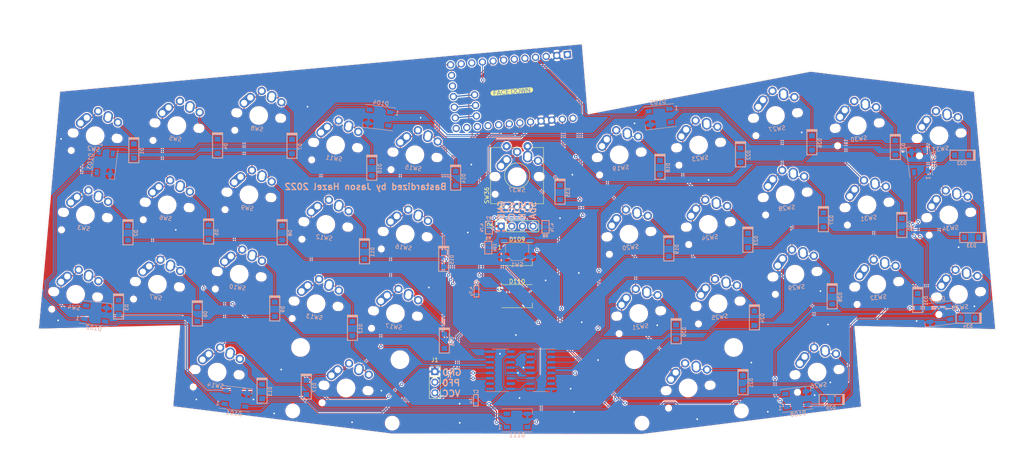
<source format=kicad_pcb>
(kicad_pcb (version 20211014) (generator pcbnew)
  (layers (0 "F.Cu" signal) (31 "B.Cu" signal) (34 "B.Paste" user) (35 "F.Paste" user) (36 "B.SilkS" user "B.Silkscreen") (37 "F.SilkS" user "F.Silkscreen") (38 "B.Mask" user) (39 "F.Mask" user) (44 "Edge.Cuts" user))
  (net 0 "")
  (net 1 "GND")
  (net 2 "VCC")
  (net 3 "col5")
  (net 4 "row0")
  (net 5 "row1")
  (net 6 "col3")
  (net 7 "row2")
  (net 8 "LED")
  (net 9 "col1")
  (net 10 "col0")
  (net 11 "col7")
  (net 12 "col2")
  (net 13 "row3")
  (net 14 "col6")
  (net 15 "col9")
  (net 16 "col4")
  (net 17 "col8")
  (net 18 "Net-(D1-Pad1)")
  (net 19 "Net-(D2-Pad1)")
  (net 20 "Net-(D3-Pad1)")
  (net 21 "Net-(D4-Pad1)")
  (net 22 "Net-(D5-Pad1)")
  (net 23 "Net-(D6-Pad1)")
  (net 24 "Net-(D7-Pad1)")
  (net 25 "Net-(D8-Pad1)")
  (net 26 "Net-(D9-Pad1)")
  (net 27 "Net-(D10-Pad1)")
  (net 28 "Net-(D11-Pad1)")
  (net 29 "Net-(D12-Pad1)")
  (net 30 "Net-(D13-Pad1)")
  (net 31 "Net-(D14-Pad1)")
  (net 32 "Net-(D15-Pad1)")
  (net 33 "Net-(D16-Pad1)")
  (net 34 "Net-(D17-Pad1)")
  (net 35 "Net-(D18-Pad1)")
  (net 36 "Net-(D19-Pad1)")
  (net 37 "Net-(D20-Pad1)")
  (net 38 "Net-(D21-Pad1)")
  (net 39 "Net-(D22-Pad1)")
  (net 40 "Net-(D23-Pad1)")
  (net 41 "Net-(D24-Pad1)")
  (net 42 "Net-(D25-Pad1)")
  (net 43 "Net-(D26-Pad1)")
  (net 44 "Net-(D27-Pad1)")
  (net 45 "Net-(D28-Pad1)")
  (net 46 "Net-(D29-Pad1)")
  (net 47 "Net-(D30-Pad1)")
  (net 48 "Net-(D31-Pad1)")
  (net 49 "Net-(D32-Pad1)")
  (net 50 "Net-(D33-Pad1)")
  (net 51 "Net-(D34-Pad1)")
  (net 52 "Net-(D35-Pad1)")
  (net 53 "EncA")
  (net 54 "EncB")
  (net 55 "Net-(D101-Pad2)")
  (net 56 "Net-(D102-Pad2)")
  (net 57 "Net-(D103-Pad2)")
  (net 58 "Net-(D104-Pad2)")
  (net 59 "Net-(D105-Pad2)")
  (net 60 "Net-(D106-Pad2)")
  (net 61 "Net-(D107-Pad2)")
  (net 62 "Net-(D108-Pad2)")
  (net 63 "Net-(D109-Pad2)")
  (net 64 "Net-(D110-Pad2)")
  (net 65 "Net-(D101-Pad4)")
  (net 66 "RST")
  (net 67 "SPI_MOSI")
  (net 68 "SPI_MISO")
  (net 69 "I2C_SDA")
  (net 70 "I2C_SCL")
  (net 71 "RAW")
  (net 72 "SR_CS")
  (net 73 "SPI_SCLK")
  (net 74 "SPI_MOSI_2")
  (footprint "Keebio-Parts:MX-Alps-Choc-1U-NoLED" (layer "F.Cu") (at 37.505804 50.429023 -7)
    (fp_text reference "SW2")
    (fp_text value "SW_Push")
  )
  (footprint "Keebio-Parts:MX-Alps-Choc-1U-NoLED" (layer "F.Cu") (at 35.184193 69.337027 -7)
    (fp_text reference "SW3")
    (fp_text value "SW_Push")
  )
  (footprint "Keebio-Parts:MX-Alps-Choc-1U-NoLED" (layer "F.Cu") (at 32.862582 88.245032 -7)
    (fp_text reference "SW4")
    (fp_text value "SW_Push")
  )
  (footprint "Keebio-Parts:MX-Alps-Choc-1U-NoLED" (layer "F.Cu") (at 56.994211 48.023633 -7)
    (fp_text reference "SW5")
    (fp_text value "SW_Push")
  )
  (footprint "Keebio-Parts:MX-Alps-Choc-1U-NoLED" (layer "F.Cu") (at 54.6726 66.931637 -7)
    (fp_text reference "SW6")
    (fp_text value "SW_Push")
  )
  (footprint "Keebio-Parts:MX-Alps-Choc-1U-NoLED" (layer "F.Cu") (at 52.350989 85.839642 -7)
    (fp_text reference "SW7")
    (fp_text value "SW_Push")
  )
  (footprint "Keebio-Parts:MX-Alps-Choc-1U-NoLED" (layer "F.Cu") (at 74.161007 64.526247 -7)
    (fp_text reference "SW9")
    (fp_text value "SW_Push")
  )
  (footprint "Keebio-Parts:MX-Alps-Choc-1U-NoLED" (layer "F.Cu") (at 71.839396 83.434252 -7)
    (fp_text reference "SW10")
    (fp_text value "SW_Push")
  )
  (footprint "Keebio-Parts:MX-Alps-Choc-1U-NoLED" (layer "F.Cu") (at 94.810219 52.666855 -7)
    (fp_text reference "SW11")
    (fp_text value "SW_Push")
  )
  (footprint "Keebio-Parts:MX-Alps-Choc-1U-NoLED" (layer "F.Cu") (at 92.488608 71.574859 -7)
    (fp_text reference "SW12")
    (fp_text value "SW_Push")
  )
  (footprint "Keebio-Parts:MX-Alps-Choc-1U-NoLED" (layer "F.Cu") (at 90.166997 90.482864 -7)
    (fp_text reference "SW13")
    (fp_text value "SW_Push")
  )
  (footprint "Keebio-Parts:MX-Alps-Choc-1U-NoLED" (layer "F.Cu") (at 113.718223 54.988466 -7)
    (fp_text reference "SW15")
    (fp_text value "SW_Push")
  )
  (footprint "Keebio-Parts:MX-Alps-Choc-1U-NoLED" (layer "F.Cu") (at 111.396612 73.89647 -7)
    (fp_text reference "SW16")
    (fp_text value "SW_Push")
  )
  (footprint "Keebio-Parts:MX-Alps-Choc-1U-NoLED" (layer "F.Cu") (at 109.075002 92.804476 -7)
    (fp_text reference "SW17")
    (fp_text value "SW_Push")
  )
  (footprint "Keebio-Parts:MX-Alps-Choc-2U-StabFlip" (layer "F.Cu") (at 97.299388 110.551673 -7)
    (fp_text reference "SW18")
    (fp_text value "SW_Push")
  )
  (footprint "Keebio-Parts:MX-Alps-Choc-1U-NoLED" (layer "F.Cu") (at 162.411777 54.988466 7)
    (fp_text reference "SW19")
    (fp_text value "SW_Push")
  )
  (footprint "Keebio-Parts:MX-Alps-Choc-1U-NoLED" (layer "F.Cu") (at 164.733388 73.89647 7)
    (fp_text reference "SW20")
    (fp_text value "SW_Push")
  )
  (footprint "Keebio-Parts:MX-Alps-Choc-1U-NoLED" (layer "F.Cu") (at 167.054998 92.804475 7)
    (fp_text reference "SW21")
    (fp_text value "SW_Push")
  )
  (footprint "Keebio-Parts:MX-Alps-Choc-2U-StabFlip" (layer "F.Cu") (at 178.830612 110.551673 7)
    (fp_text reference "SW22")
    (fp_text value "SW_Push")
  )
  (footprint "Keebio-Parts:MX-Alps-Choc-1U-NoLED" (layer "F.Cu") (at 181.319781 52.666855 7)
    (fp_text reference "SW23")
    (fp_text value "SW_Push")
  )
  (footprint "Keebio-Parts:MX-Alps-Choc-1U-NoLED" (layer "F.Cu") (at 183.641392 71.574859 7)
    (fp_text reference "SW24")
    (fp_text value "SW_Push")
  )
  (footprint "Keebio-Parts:MX-Alps-Choc-1U-NoLED" (layer "F.Cu") (at 185.963003 90.482864 7)
    (fp_text reference "SW25")
    (fp_text value "SW_Push")
  )
  (footprint "Keebio-Parts:MX-Alps-Choc-1U-NoLED" (layer "F.Cu") (at 209.555871 106.779086 7)
    (fp_text reference "SW26")
    (fp_text value "SW_Push")
  )
  (footprint "Keebio-Parts:MX-Alps-Choc-1U-NoLED" (layer "F.Cu") (at 199.647382 45.618243 7)
    (fp_text reference "SW27")
    (fp_text value "SW_Push")
  )
  (footprint "Keebio-Parts:MX-Alps-Choc-1U-NoLED" (layer "F.Cu") (at 201.968993 64.526247 7)
    (fp_text reference "SW28")
    (fp_text value "SW_Push")
  )
  (footprint "Keebio-Parts:MX-Alps-Choc-1U-NoLED" (layer "F.Cu") (at 204.290604 83.434252 7)
    (fp_text reference "SW29")
    (fp_text value "SW_Push")
  )
  (footprint "Keebio-Parts:MX-Alps-Choc-1U-NoLED" (layer "F.Cu") (at 219.135789 48.023633 7)
    (fp_text reference "SW30")
    (fp_text value "SW_Push")
  )
  (footprint "Keebio-Parts:MX-Alps-Choc-1U-NoLED" (layer "F.Cu") (at 221.4574 66.931637 7)
    (fp_text reference "SW31")
    (fp_text value "SW_Push")
  )
  (footprint "Keebio-Parts:MX-Alps-Choc-1U-NoLED" (layer "F.Cu") (at 223.779011 85.839642 7)
    (fp_text reference "SW32")
    (fp_text value "SW_Push")
  )
  (footprint "Keebio-Parts:MX-Alps-Choc-1U-NoLED" (layer "F.Cu") (at 238.624196 50.429023 7)
    (fp_text reference "SW33")
    (fp_text value "SW_Push")
  )
  (footprint "Keebio-Parts:MX-Alps-Choc-1U-NoLED" (layer "F.Cu") (at 240.945807 69.337027 7)
    (fp_text reference "SW34")
    (fp_text value "SW_Push")
  )
  (footprint "Keebio-Parts:MX-Alps-Choc-1U-NoLED" (layer "F.Cu") (at 243.267418 88.245032 7)
    (fp_text reference "SW35")
    (fp_text value "SW_Push")
  )
  (footprint "Connector_PinSocket_2.54mm:PinSocket_1x03_P2.54mm_Vertical" (layer "F.Cu") (at 118.47 106.64)
    (fp_text reference "J1")
    (fp_text value "Conn_01x03_Female")
  )
  (footprint "Connector_PinSocket_2.54mm:PinSocket_1x04_P2.54mm_Vertical" (layer "F.Cu") (at 134.265 72 90)
    (fp_text reference "J2")
    (fp_text value "Conn_01x04_Female")
  )
  (footprint "Keebio-Parts:MX-Alps-Choc-1U-NoLED" (layer "F.Cu") (at 66.574129 106.779086 -7)
    (fp_text reference "SW14")
    (fp_text value "SW_Push")
  )
  (footprint "Keebio-Parts:MX-Alps-Choc-1U-NoLED" (layer "F.Cu") (at 76.482618 45.618243 -7)
    (fp_text reference "SW8")
    (fp_text value "SW_Push")
  )
  (footprint "Rotary_Encoder:RotaryEncoder_Alps_EC12E-Switch_Vertical_H20mm_CircularMountingHoles" (layer "F.Cu") (at 135.565 67.44 90)
    (fp_text reference "SW36")
    (fp_text value "Rotary_Encoder_Switch")
  )
  (footprint "Keebio-Parts:MX-Alps-Choc-1U-NoLED" (layer "F.Cu") (at 138.065 60.19)
    (fp_text reference "SW37")
    (fp_text value "SW_Push")
  )
  (footprint "LED_SMD:LED_WS2812B_PLCC4_5.0x5.0mm_P3.2mm" (layer "F.Cu") (at 138.065 78.64)
    (fp_text reference "D109")
    (fp_text value "WS2812B")
  )
  (footprint "LED_SMD:LED_WS2812B_PLCC4_5.0x5.0mm_P3.2mm" (layer "F.Cu") (at 138.065 88.67)
    (fp_text reference "D110")
    (fp_text value "WS2812B")
  )
  (footprint "kibuzzard-6397B74C" (layer "F.Cu") (at 136.810956 39.899983 5)
    (fp_text reference "kibuzzard-6397B74C" hide)
    (fp_text value "G***" hide)
  )
  (footprint "74HC595_SOIC-16_3.9x9.9mm_P1.27mm" (layer "F.Cu") (at 134.095921 106.341393 -90)
    (fp_text reference "74HC595")
    (fp_text value "")
  )
  (footprint "74HC595_SOIC-16_3.9x9.9mm_P1.27mm" (layer "F.Cu") (at 143.710725 106.341393 90)
    (fp_text reference "74HC595")
    (fp_text value "")
  )
  (footprint "Keebio-Parts:C_0603" (layer "B.Cu") (at 128.25 113.499999 -90)
    (fp_text reference "C7")
    (fp_text value ".1u")
  )
  (footprint "Keebio-Parts:C_0603" (layer "B.Cu") (at 128.383029 87.516015 -90)
    (fp_text reference "C8")
    (fp_text value "4.7u")
  )
  (footprint "Keebio-Parts:D_SOD123" (layer "B.Cu") (at 46.73 54.09 -90)
    (fp_text reference "D1")
    (fp_text value "1N4148" hide)
  )
  (footprint "Keebio-Parts:D_SOD123" (layer "B.Cu") (at 45.33 73.650001 -90)
    (fp_text reference "D2")
    (fp_text value "1N4148" hide)
  )
  (footprint "Keebio-Parts:D_SOD123" (layer "B.Cu") (at 43.09 91.34 -90)
    (fp_text reference "D3")
    (fp_text value "1N4148" hide)
  )
  (footprint "Keebio-Parts:D_SOD123" (layer "B.Cu") (at 66.69 52.94 -90)
    (fp_text reference "D4")
    (fp_text value "1N4148" hide)
  )
  (footprint "Keebio-Parts:D_SOD123" (layer "B.Cu") (at 64.55 73.45 -90)
    (fp_text reference "D5")
    (fp_text value "1N4148" hide)
  )
  (footprint "Keebio-Parts:D_SOD123" (layer "B.Cu") (at 61.86 92.98 -90)
    (fp_text reference "D6")
    (fp_text value "1N4148" hide)
  )
  (footprint "Keebio-Parts:D_SOD123" (layer "B.Cu") (at 84.42 53.03 -90)
    (fp_text reference "D7")
    (fp_text value "1N4148" hide)
  )
  (footprint "Keebio-Parts:D_SOD123" (layer "B.Cu") (at 82.08 73.62 -90)
    (fp_text reference "D8")
    (fp_text value "1N4148" hide)
  )
  (footprint "Keebio-Parts:D_SOD123" (layer "B.Cu") (at 80.31 91.79 -90)
    (fp_text reference "D9")
    (fp_text value "1N4148" hide)
  )
  (footprint "Keebio-Parts:D_SOD123" (layer "B.Cu") (at 103.44 58.26 -90)
    (fp_text reference "D10")
    (fp_text value "1N4148" hide)
  )
  (footprint "Keebio-Parts:D_SOD123" (layer "B.Cu") (at 101.69 78.17 -90)
    (fp_text reference "D11")
    (fp_text value "1N4148" hide)
  )
  (footprint "Keebio-Parts:D_SOD123" (layer "B.Cu") (at 98.83 96.41 -90)
    (fp_text reference "D12")
    (fp_text value "1N4148" hide)
  )
  (footprint "Keebio-Parts:D_SOD123" (layer "B.Cu") (at 77.29 111.39 -90)
    (fp_text reference "D13")
    (fp_text value "1N4148" hide)
  )
  (footprint "Keebio-Parts:D_SOD123" (layer "B.Cu") (at 123.43 60.62 -90)
    (fp_text reference "D14")
    (fp_text value "1N4148" hide)
  )
  (footprint "Keebio-Parts:D_SOD123" (layer "B.Cu") (at 120.58 79.98 -90)
    (fp_text reference "D15")
    (fp_text value "1N4148" hide)
  )
  (footprint "Keebio-Parts:D_SOD123" (layer "B.Cu") (at 120.73 99.45 -90)
    (fp_text reference "D16")
    (fp_text value "1N4148" hide)
  )
  (footprint "Keebio-Parts:D_SOD123" (layer "B.Cu") (at 87.82 110.44 -90)
    (fp_text reference "D17")
    (fp_text value "1N4148" hide)
  )
  (footprint "Keebio-Parts:D_SOD123" (layer "B.Cu") (at 172.12 58.05 -90)
    (fp_text reference "D18")
    (fp_text value "1N4148" hide)
  )
  (footprint "Keebio-Parts:D_SOD123" (layer "B.Cu") (at 174.22 77.48 -90)
    (fp_text reference "D19")
    (fp_text value "1N4148" hide)
  )
  (footprint "Keebio-Parts:D_SOD123" (layer "B.Cu") (at 175.98 97.22 -90)
    (fp_text reference "D20")
    (fp_text value "1N4148" hide)
  )
  (footprint "Keebio-Parts:D_SOD123" (layer "B.Cu") (at 191.9 109.35 -90)
    (fp_text reference "D21")
    (fp_text value "1N4148" hide)
  )
  (footprint "Keebio-Parts:D_SOD123" (layer "B.Cu") (at 191.32 55.07 -90)
    (fp_text reference "D22")
    (fp_text value "1N4148" hide)
  )
  (footprint "Keebio-Parts:D_SOD123" (layer "B.Cu") (at 193.06 75.41 -90)
    (fp_text reference "D23")
    (fp_text value "1N4148" hide)
  )
  (footprint "Keebio-Parts:D_SOD123" (layer "B.Cu") (at 194.62 93.93 -90)
    (fp_text reference "D24")
    (fp_text value "1N4148" hide)
  )
  (footprint "Keebio-Parts:D_SOD123" (layer "B.Cu") (at 212.85 113.3 180)
    (fp_text reference "D25")
    (fp_text value "1N4148" hide)
  )
  (footprint "Keebio-Parts:D_SOD123" (layer "B.Cu") (at 208.32 52.18 -90)
    (fp_text reference "D26")
    (fp_text value "1N4148" hide)
  )
  (footprint "Keebio-Parts:D_SOD123" (layer "B.Cu") (at 211.06 70.52 -90)
    (fp_text reference "D27")
    (fp_text value "1N4148" hide)
  )
  (footprint "Keebio-Parts:D_SOD123" (layer "B.Cu") (at 213.16 88.89 -90)
    (fp_text reference "D28")
    (fp_text value "1N4148" hide)
  )
  (footprint "Keebio-Parts:D_SOD123" (layer "B.Cu") (at 228.21 53.32 -90)
    (fp_text reference "D29")
    (fp_text value "1N4148" hide)
  )
  (footprint "Keebio-Parts:D_SOD123" (layer "B.Cu") (at 229.76 71.9 -90)
    (fp_text reference "D30")
    (fp_text value "1N4148" hide)
  )
  (footprint "Keebio-Parts:D_SOD123" (layer "B.Cu") (at 233.56 89.76 -90)
    (fp_text reference "D31")
    (fp_text value "1N4148" hide)
  )
  (footprint "Keebio-Parts:D_SOD123" (layer "B.Cu") (at 244.05 55.09 180)
    (fp_text reference "D32")
    (fp_text value "1N4148" hide)
  )
  (footprint "Keebio-Parts:D_SOD123" (layer "B.Cu") (at 246.36 74.69 180)
    (fp_text reference "D33")
    (fp_text value "1N4148" hide)
  )
  (footprint "Keebio-Parts:D_SOD123" (layer "B.Cu") (at 245.51 93.92 180)
    (fp_text reference "D34")
    (fp_text value "1N4148" hide)
  )
  (footprint "Keebio-Parts:R_0805" (layer "B.Cu") (at 131.21 77.09 -90)
    (fp_text reference "R5")
    (fp_text value "10k")
  )
  (footprint "Keebio-Parts:SW_SPST_TL3342" (layer "B.Cu") (at 138.065 77.45)
    (fp_text reference "SW1")
    (fp_text value "SW_Push")
  )
  (footprint "Keebio-Parts:D_SOD123" (layer "B.Cu") (at 148.29 63.96 -90)
    (fp_text reference "D35")
    (fp_text value "1N4148" hide)
  )
  (footprint "Keebio-Parts:R_0805" (layer "B.Cu") (at 131.36 72.339999 -90)
    (fp_text reference "R7")
    (fp_text value "4.7k")
  )
  (footprint "Keebio-Parts:R_0805" (layer "B.Cu") (at 144.84 72.16 90)
    (fp_text reference "R8")
    (fp_text value "4.7k")
  )
  (footprint "LED_SMD:LED_WS2812B_PLCC4_5.0x5.0mm_P3.2mm" (layer "B.Cu") (at 71.02 113.09 -7)
    (fp_text reference "D101")
    (fp_text value "WS2812B")
  )
  (footprint "LED_SMD:LED_WS2812B_PLCC4_5.0x5.0mm_P3.2mm" (layer "B.Cu") (at 39.8 56.93 -97)
    (fp_text reference "D103")
    (fp_text value "WS2812B")
  )
  (footprint "LED_SMD:LED_WS2812B_PLCC4_5.0x5.0mm_P3.2mm" (layer "B.Cu") (at 105.18 46.13 173)
    (fp_text reference "D104")
    (fp_text value "WS2812B")
  )
  (footprint "LED_SMD:LED_WS2812B_PLCC4_5.0x5.0mm_P3.2mm" (layer "B.Cu") (at 172.08 45.93 -173)
    (fp_text reference "D105")
    (fp_text value "WS2812B")
  )
  (footprint "LED_SMD:LED_WS2812B_PLCC4_5.0x5.0mm_P3.2mm" (layer "B.Cu") (at 238.660001 92.89 -173)
    (fp_text reference "D107")
    (fp_text value "WS2812B")
  )
  (footprint "LED_SMD:LED_WS2812B_PLCC4_5.0x5.0mm_P3.2mm" (layer "B.Cu") (at 204.64 113.25 7)
    (fp_text reference "D108")
    (fp_text value "WS2812B")
  )
  (footprint "LED_SMD:LED_WS2812B_PLCC4_5.0x5.0mm_P3.2mm" (layer "B.Cu") (at 138.065 118.29)
    (fp_text reference "D111")
    (fp_text value "WS2812B")
  )
  (footprint "LED_SMD:LED_WS2812B_PLCC4_5.0x5.0mm_P3.2mm" (layer "B.Cu") (at 37.62 92.81 -7)
    (fp_text reference "D102")
    (fp_text value "WS2812B")
  )
  (footprint "LED_SMD:LED_WS2812B_PLCC4_5.0x5.0mm_P3.2mm" (layer "B.Cu") (at 233.96 56.54 97)
    (fp_text reference "D106")
    (fp_text value "WS2812B")
  )
  (footprint "0-jasonhazel-footprints:combo-controller" (layer "B.Cu") (at 136.803067 39.905457 -175)
    (fp_text reference "")
    (fp_text value "combo-controller" hide)
  )
  (gr_line (start 167.93 121.73) (end 220.27 115.2) (layer "Edge.Cuts") (width 0.05))
  (gr_line (start 28.97 39.75) (end 23.86 96.64) (layer "Edge.Cuts") (width 0.05))
  (gr_line (start 155.091109 45.099117) (end 208.004959 34.964469) (layer "Edge.Cuts") (width 0.05))
  (gr_line (start 218.7 95.98) (end 252.260001 96.74) (layer "Edge.Cuts") (width 0.05))
  (gr_line (start 57.560001 95.85) (end 23.86 96.64) (layer "Edge.Cuts") (width 0.05))
  (gr_line (start 153.695989 28.424366) (end 155.091109 45.099117) (layer "Edge.Cuts") (width 0.05))
  (gr_line (start 247.15 39.75) (end 208.004959 34.964469) (layer "Edge.Cuts") (width 0.05))
  (gr_line (start 220.27 115.2) (end 218.7 95.98) (layer "Edge.Cuts") (width 0.05))
  (gr_line (start 108.19 121.63) (end 55.89 115.109999) (layer "Edge.Cuts") (width 0.05))
  (gr_line (start 120.691656 31.328747) (end 153.695989 28.424366) (layer "Edge.Cuts") (width 0.05))
  (gr_line (start 55.89 115.109999) (end 57.560001 95.85) (layer "Edge.Cuts") (width 0.05))
  (gr_line (start 247.15 39.75) (end 252.260001 96.74) (layer "Edge.Cuts") (width 0.05))
  (gr_line (start 28.97 39.75) (end 120.691656 31.328747) (layer "Edge.Cuts") (width 0.05))
  (gr_line (start 167.93 121.73) (end 108.19 121.63) (layer "Edge.Cuts") (width 0.05))
  (gr_text "Bastardized by Jason Hazel 2022" (at 101.97 62.59) (layer "B.SilkS") (effects (font (size 1.5 1.5) (thickness 0.3)) (justify mirror)))
  (gr_text "GND" (at 122.522857 106.85) (layer "B.SilkS") (effects (font (size 1.5 1.5) (thickness 0.3)) (justify mirror)))
  (gr_text "SCK" (at 139.33 68.2 90) (layer "B.SilkS") (effects (font (size 1.5 1.5) (thickness 0.3)) (justify mirror)))
  (gr_text "PF0" (at 122.344286 109.365) (layer "B.SilkS") (effects (font (size 1.5 1.5) (thickness 0.3)) (justify mirror)))
  (gr_text "SDA" (at 141.81 68.199999 90) (layer "B.SilkS") (effects (font (size 1.5 1.5) (thickness 0.3)) (justify mirror)))
  (gr_text "VCC" (at 122.38 111.88) (layer "B.SilkS") (effects (font (size 1.5 1.5) (thickness 0.3)) (justify mirror)))
  (gr_text "VCC" (at 136.84 68.199999 90) (layer "B.SilkS") (effects (font (size 1.5 1.5) (thickness 0.3)) (justify mirror)))
  (gr_text "GND\n" (at 134.29 68.2 90) (layer "B.SilkS") (effects (font (size 1.5 1.5) (thickness 0.3)) (justify mirror)))
  (segment (start 138.311511 106.972329) (end 139.57464 105.7092) (width 0.25) (layer "F.Cu") (net 1))
  (segment (start 138.273482 106.972329) (end 138.311511 106.972329) (width 0.25) (layer "F.Cu") (net 1))
  (segment (start 124.41 118.87) (end 124.41 114.34) (width 0.25) (layer "F.Cu") (net 1))
  (segment (start 124.41 114.34) (end 124.37 114.3) (width 0.25) (layer "F.Cu") (net 1))
  (via (at 105.72 111.19) (size 0.8) (drill 0.4) (layers "F.Cu" "B.Cu") (net 1))
  (via (at 138.273482 106.972329) (size 0.8) (drill 0.4) (layers "F.Cu" "B.Cu") (net 1))
  (via (at 61.63 113.29) (size 0.8) (drill 0.4) (layers "F.Cu" "B.Cu") (net 1))
  (via (at 205.89 49.66) (size 0.8) (drill 0.4) (layers "F.Cu" "B.Cu") (net 1))
  (via (at 138.64561 112.96314) (size 0.8) (drill 0.4) (layers "F.Cu" "B.Cu") (net 1))
  (via (at 197.82 116.22) (size 0.8) (drill 0.4) (layers "F.Cu" "B.Cu") (net 1))
  (via (at 29.39 51.2) (size 0.8) (drill 0.4) (layers "F.Cu" "B.Cu") (net 1))
  (via (at 126.31598 73.505676) (size 0.8) (drill 0.4) (layers "F.Cu" "B.Cu") (net 1))
  (via (at 233.29 94.6) (size 0.8) (drill 0.4) (layers "F.Cu" "B.Cu") (net 1))
  (via (at 193.9 104.5) (size 0.8) (drill 0.4) (layers "F.Cu" "B.Cu") (net 1))
  (via (at 210.36 87.47) (size 0.8) (drill 0.4) (layers "F.Cu" "B.Cu") (net 1))
  (via (at 153.484046 94.886983) (size 0.8) (drill 0.4) (layers "F.Cu" "B.Cu") (net 1))
  (via (at 133.972785 102.414683) (size 0.8) (drill 0.4) (layers "F.Cu" "B.Cu") (net 1))
  (via (at 166.06 47.5) (size 0.8) (drill 0.4) (layers "F.Cu" "B.Cu") (net 1))
  (via (at 151.64 116.26001) (size 0.8) (drill 0.4) (layers "F.Cu" "B.Cu") (net 1))
  (via (at 152.779954 83.159444) (size 0.8) (drill 0.4) (layers "F.Cu" "B.Cu") (net 1))
  (via (at 180.99 117.99) (size 0.8) (drill 0.4) (layers "F.Cu" "B.Cu") (net 1))
  (via (at 115.08 46.15) (size 0.8) (drill 0.4) (layers "F.Cu" "B.Cu") (net 1))
  (via (at 56.72 72.88) (size 0.8) (drill 0.4) (layers "F.Cu" "B.Cu") (net 1))
  (via (at 208.98 112.27) (size 0.8) (drill 0.4) (layers "F.Cu" "B.Cu") (net 1))
  (via (at 28.7 94.45) (size 0.8) (drill 0.4) (layers "F.Cu" "B.Cu") (net 1))
  (via (at 183.71 60.96) (size 0.8) (drill 0.4) (layers "F.Cu" "B.Cu") (net 1))
  (via (at 124.37 114.3) (size 0.8) (drill 0.4) (layers "F.Cu" "B.Cu") (net 1))
  (via (at 88.13 43.52) (size 0.8) (drill 0.4) (layers "F.Cu" "B.Cu") (net 1))
  (via (at 243.29 77.01) (size 0.8) (drill 0.4) (layers "F.Cu" "B.Cu") (net 1))
  (via (at 171.47 95.61) (size 0.8) (drill 0.4) (layers "F.Cu" "B.Cu") (net 1))
  (via (at 150.821697 110.734564) (size 0.8) (drill 0.4) (layers "F.Cu" "B.Cu") (net 1))
  (via (at 127.15759 57.317051) (size 0.8) (drill 0.4) (layers "F.Cu" "B.Cu") (net 1))
  (via (at 212.17 95.43) (size 0.8) (drill 0.4) (layers "F.Cu" "B.Cu") (net 1))
  (via (at 137.785902 97.939884) (size 0.8) (drill 0.4) (layers "F.Cu" "B.Cu") (net 1))
  (via (at 151.243357 59.730136) (size 0.8) (drill 0.4) (layers "F.Cu" "B.Cu") (net 1))
  (via (at 229.96 54.29) (size 0.8) (drill 0.4) (layers "F.Cu" "B.Cu") (net 1))
  (via (at 157.356555 103.902667) (size 0.8) (drill 0.4) (layers "F.Cu" "B.Cu") (net 1))
  (via (at 75.23 113.29) (size 0.8) (drill 0.4) (layers "F.Cu" "B.Cu") (net 1))
  (via (at 139.57464 105.7092) (size 0.8) (drill 0.4) (layers "F.Cu" "B.Cu") (net 1))
  (via (at 166.4 44.33) (size 0.8) (drill 0.4) (layers "F.Cu" "B.Cu") (net 1))
  (via (at 212.73 109.24) (size 0.8) (drill 0.4) (layers "F.Cu" "B.Cu") (net 1))
  (via (at 81.86 106.17) (size 0.8) (drill 0.4) (layers "F.Cu" "B.Cu") (net 1))
  (via (at 124.41 118.87) (size 0.8) (drill 0.4) (layers "F.Cu" "B.Cu") (net 1))
  (via (at 98.739999 118.73) (size 0.8) (drill 0.4) (layers "F.Cu" "B.Cu") (net 1))
  (via (at 144.87 84.92) (size 0.8) (drill 0.4) (layers "F.Cu" "B.Cu") (net 1))
  (via (at 247.05 91.1) (size 0.8) (drill 0.4) (layers "F.Cu" "B.Cu") (net 1))
  (via (at 80.18 116.63) (size 0.8) (drill 0.4) (layers "F.Cu" "B.Cu") (net 1))
  (via (at 117.05 86.61) (size 0.8) (drill 0.4) (layers "F.Cu" "B.Cu") (net 1))
  (via (at 148.296865 70.089728) (size 0.8) (drill 0.4) (layers "F.Cu" "B.Cu") (net 1))
  (segment (start 73.646729 111.800506) (end 73.740506 111.800506) (width 0.25) (layer "B.Cu") (net 1))
  (segment (start 141.232918 105.7092) (end 141.235725 105.706393) (width 0.25) (layer "B.Cu") (net 1))
  (segment (start 140.515 116.69) (end 151.21001 116.69) (width 0.25) (layer "B.Cu") (net 1))
  (segment (start 151.21001 116.69) (end 151.64 116.26001) (width 0.25) (layer "B.Cu") (net 1))
  (segment (start 139.57464 105.7092) (end 141.232918 105.7092) (width 0.25) (layer "B.Cu") (net 1))
  (segment (start 128.25 114.25) (end 124.42 114.25) (width 0.25) (layer "B.Cu") (net 1))
  (segment (start 73.740506 111.800506) (end 75.23 113.29) (width 0.25) (layer "B.Cu") (net 1))
  (segment (start 138.269418 106.976393) (end 138.273482 106.972329) (width 0.25) (layer "B.Cu") (net 1))
  (segment (start 236.423253 94.776654) (end 233.466654 94.776654) (width 0.25) (layer "B.Cu") (net 1))
  (segment (start 138.268331 106.976393) (end 136.570921 106.976393) (width 0.25) (layer "B.Cu") (net 1))
  (segment (start 124.42 114.25) (end 124.37 114.3) (width 0.25) (layer "B.Cu") (net 1))
  (segment (start 138.268331 106.976393) (end 138.269418 106.976393) (width 0.25) (layer "B.Cu") (net 1))
  (segment (start 233.466654 94.776654) (end 233.29 94.6) (width 0.25) (layer "B.Cu") (net 1))
  (segment (start 135.615 77.04) (end 134.539999 78.115001) (width 0.25) (layer "F.Cu") (net 2))
  (segment (start 237.33 57.82) (end 237.1 58.05) (width 0.25) (layer "F.Cu") (net 2))
  (segment (start 125.70832 88.10045) (end 125.70832 96.304867) (width 0.25) (layer "F.Cu") (net 2))
  (segment (start 133.17 116.114957) (end 131.36 114.304957) (width 0.25) (layer "F.Cu") (net 2))
  (segment (start 123.647099 105.210923) (end 121.944095 106.913927) (width 0.25) (layer "F.Cu") (net 2))
  (segment (start 233.65 70.95) (end 233.65 74.05) (width 0.25) (layer "F.Cu") (net 2))
  (segment (start 199.55 112.37) (end 200.75 113.57) (width 0.25) (layer "F.Cu") (net 2))
  (segment (start 133.81698 87.07) (end 135.615 87.07) (width 0.25) (layer "F.Cu") (net 2))
  (segment (start 123.647099 98.366088) (end 123.647099 105.210923) (width 0.25) (layer "F.Cu") (net 2))
  (segment (start 237.33 55.57) (end 237.33 57.82) (width 0.25) (layer "F.Cu") (net 2))
  (segment (start 128.427035 85.381735) (end 129.835085 83.973685) (width 0.25) (layer "F.Cu") (net 2))
  (segment (start 199.549999 108.27) (end 199.55 112.37) (width 0.25) (layer "F.Cu") (net 2))
  (segment (start 129.835085 83.973685) (end 129.835085 76.615086) (width 0.25) (layer "F.Cu") (net 2))
  (segment (start 128.427035 85.381735) (end 125.70832 88.10045) (width 0.25) (layer "F.Cu") (net 2))
  (segment (start 133.17 118.73) (end 133.17 116.114957) (width 0.25) (layer "F.Cu") (net 2))
  (segment (start 125.70832 96.304867) (end 123.647099 98.366088) (width 0.25) (layer "F.Cu") (net 2))
  (segment (start 134.539999 85.994999) (end 135.615 87.07) (width 0.25) (layer "F.Cu") (net 2))
  (segment (start 133.802768 87.055788) (end 133.81698 87.07) (width 0.25) (layer "F.Cu") (net 2))
  (segment (start 134.539999 78.115001) (end 134.539999 85.994999) (width 0.25) (layer "F.Cu") (net 2))
  (segment (start 233.65 74.05) (end 234.08 74.48) (width 0.25) (layer "F.Cu") (net 2))
  (segment (start 129.835085 76.615086) (end 129.834999 76.615) (width 0.25) (layer "F.Cu") (net 2))
  (via (at 128.427035 85.381735) (size 0.8) (drill 0.4) (layers "F.Cu" "B.Cu") (net 2))
  (via (at 234.08 74.48) (size 0.8) (drill 0.4) (layers "F.Cu" "B.Cu") (net 2))
  (via (at 121.944095 106.913927) (size 0.8) (drill 0.4) (layers "F.Cu" "B.Cu") (net 2))
  (via (at 237.33 55.57) (size 0.8) (drill 0.4) (layers "F.Cu" "B.Cu") (net 2))
  (via (at 237.1 58.05) (size 0.8) (drill 0.4) (layers "F.Cu" "B.Cu") (net 2))
  (via (at 233.65 70.95) (size 0.8) (drill 0.4) (layers "F.Cu" "B.Cu") (net 2))
  (via (at 200.75 113.57) (size 0.8) (drill 0.4) (layers "F.Cu" "B.Cu") (net 2))
  (via (at 129.834999 76.615) (size 0.8) (drill 0.4) (layers "F.Cu" "B.Cu") (net 2))
  (via (at 133.17 118.73) (size 0.8) (drill 0.4) (layers "F.Cu" "B.Cu") (net 2))
  (via (at 133.802768 87.055788) (size 0.8) (drill 0.4) (layers "F.Cu" "B.Cu") (net 2))
  (via (at 199.549999 108.27) (size 0.8) (drill 0.4) (layers "F.Cu" "B.Cu") (net 2))
  (via (at 131.36 114.304957) (size 0.8) (drill 0.4) (layers "F.Cu" "B.Cu") (net 2))
  (segment (start 95.05 42.94) (end 105.906223 42.94) (width 0.25) (layer "B.Cu") (net 2))
  (segment (start 90.603244 116.23) (end 88.038266 113.665023) (width 0.25) (layer "B.Cu") (net 2))
  (segment (start 175.072379 44.043346) (end 174.316747 44.043346) (width 0.25) (layer "B.Cu") (net 2))
  (segment (start 59.26 107.01) (end 59.26 95.78) (width 0.25) (layer "B.Cu") (net 2))
  (segment (start 68.393271 114.379494) (end 66.629494 114.379494) (width 0.25) (layer "B.Cu") (net 2))
  (segment (start 135.484527 103.166393) (end 136.570921 103.166393) (width 0.25) (layer "B.Cu") (net 2))
  (segment (start 213.303955 51.284989) (end 212.728944 51.86) (width 0.25) (layer "B.Cu") (net 2))
  (segment (start 131.21 76.14) (end 132.770001 74.58) (width 0.25) (layer "B.Cu") (net 2))
  (segment (start 27.564989 64.745034) (end 38.006752 54.303271) (width 0.25) (layer "B.Cu") (net 2))
  (segment (start 79.364977 113.665023) (end 77 116.03) (width 0.25) (layer "B.Cu") (net 2))
  (segment (start 238.836654 91.003346) (end 240.896747 91.003346) (width 0.25) (layer "B.Cu") (net 2))
  (segment (start 128.25 112.75) (end 129.804958 114.304957) (width 0.25) (layer "B.Cu") (net 2))
  (segment (start 160.886448 45.552496) (end 160.888944 45.55) (width 0.25) (layer "B.Cu") (net 2))
  (segment (start 135.485049 110.786393) (end 134.870921 110.172265) (width 0.25) (layer "B.Cu") (net 2))
  (segment (start 36.503116 95.609339) (end 34.993271 94.099494) (width 0.25) (layer "B.Cu") (net 2))
  (segment (start 85.50501 52.48499) (end 95.05 42.94) (width 0.25) (layer "B.Cu") (net 2))
  (segment (start 136.570921 110.786393) (end 138.890963 110.786392) (width 0.25) (layer "B.Cu") (net 2))
  (segment (start 128.427035 85.381735) (end 130.101088 87.055788) (width 0.25) (layer "B.Cu") (net 2))
  (segment (start 131.955 116.23) (end 90.603244 116.23) (width 0.25) (layer "B.Cu") (net 2))
  (segment (start 25.60499 85.14501) (end 27.564989 83.185011) (width 0.25) (layer "B.Cu") (net 2))
  (segment (start 131.36 114.304957) (end 131.964381 114.304957) (width 0.25) (layer "B.Cu") (net 2))
  (segment (start 236.93 92.91) (end 238.836654 91.003346) (width 0.25) (layer "B.Cu") (net 2))
  (segment (start 166.42 45.55) (end 168.42 43.55) (width 0.25) (layer "B.Cu") (net 2))
  (segment (start 186.233346 44.043346) (end 175.072379 44.043346) (width 0.25) (layer "B.Cu") (net 2))
  (segment (start 142.464777 31.761013) (end 153.780539 43.076775) (width 0.25) (layer "B.Cu") (net 2))
  (segment (start 129.804958 114.304957) (end 131.36 114.304957) (width 0.25) (layer "B.Cu") (net 2))
  (segment (start 105.906223 42.94) (end 107.806729 44.840506) (width 0.25) (layer "B.Cu") (net 2))
  (segment (start 59.26 95.78) (end 58.62 95.14) (width 0.25) (layer "B.Cu") (net 2))
  (segment (start 134.870921 103.779999) (end 135.484527 103.166393) (width 0.25) (layer "B.Cu") (net 2))
  (segment (start 237.33 55.57) (end 237.33 53.94) (width 0.25) (layer "B.Cu") (net 2))
  (segment (start 136.805 72) (end 134.87 70.065) (width 0.25) (layer "B.Cu") (net 2))
  (segment (start 44.92 53.27) (end 45.394989 53.744989) (width 0.25) (layer "B.Cu") (net 2))
  (segment (start 132.77 71.209998) (end 133.949998 70.03) (width 0.25) (layer "B.Cu") (net 2))
  (segment (start 235.8 89.03) (end 237.773346 91.003346) (width 0.25) (layer "B.Cu") (net 2))
  (segment (start 224.93 51.86) (end 216.131056 51.86) (width 0.25) (layer "B.Cu") (net 2))
  (segment (start 116.040506 44.840506) (end 121.366158 50.166158) (width 0.25) (layer "B.Cu") (net 2))
  (segment (start 208.45 92.91) (end 236.93 92.91) (width 0.25) (layer "B.Cu") (net 2))
  (segment (start 77 116.03) (end 70.043777 116.03) (width 0.25) (layer "B.Cu") (net 2))
  (segment (start 154.432082 45.552496) (end 160.886448 45.552496) (width 0.25) (layer "B.Cu") (net 2))
  (segment (start 119.5 112.75) (end 118.47 111.72) (width 0.25) (layer "B.Cu") (net 2))
  (segment (start 62.403956 52.48499) (end 85.50501 52.48499) (width 0.25) (layer "B.Cu") (net 2))
  (segment (start 39.543777 53.27) (end 44.92 53.27) (width 0.25) (layer "B.Cu") (net 2))
  (segment (start 138.890963 110.786392) (end 140.160963 109.516393) (width 0.25) (layer "B.Cu") (net 2))
  (segment (start 27.564989 83.185011) (end 27.564989 64.745034) (width 0.25) (layer "B.Cu") (net 2))
  (segment (start 153.780539 44.900953) (end 154.432082 45.552496) (width 0.25) (layer "B.Cu") (net 2))
  (segment (start 131.21 76.14) (end 130.31 76.14) (width 0.25) (layer "B.Cu") (net 2))
  (segment (start 130.31 76.14) (end 129.834999 76.615) (width 0.25) (layer "B.Cu") (net 2))
  (segment (start 34.993271 94.099494) (end 31.048438 94.099494) (width 0.25) (layer "B.Cu") (net 2))
  (segment (start 128.383029 86.766015) (end 128.383029 85.425741) (width 0.25) (layer "B.Cu") (net 2))
  (segment (start 212.728944 51.86) (end 194.05 51.86) (width 0.25) (layer "B.Cu") (net 2))
  (segment (start 107.806729 44.840506) (end 116.040506 44.840506) (width 0.25) (layer "B.Cu") (net 2))
  (segment (start 136.570921 103.166393) (end 137.642101 103.166393) (width 0.25) (layer "B.Cu") (net 2))
  (segment (start 232.96 70.26) (end 233.65 70.95) (width 0.25) (layer "B.Cu") (net 2))
  (segment (start 199.55 101.81) (end 208.45 92.91) (width 0.25) (layer "B.Cu") (net 2))
  (segment (start 66.629494 114.379494) (end 59.26 107.01) (width 0.25) (layer "B.Cu") (net 2))
  (segment (start 131.36 73.29) (end 131.36 75.99) (width 0.25) (layer "B.Cu") (net 2))
  (segment (start 135.615001 119.89) (end 131.955 116.23) (width 0.25) (layer "B.Cu") (net 2))
  (segment (start 88.038266 113.665023) (end 79.364977 113.665023) (width 0.25) (layer "B.Cu") (net 2))
  (segment (start 199.549999 108.27) (end 199.55 101.81) (width 0.25) (layer "B.Cu") (net 2))
  (segment (start 38.006752 54.303271) (end 38.510506 54.303271) (width 0.25) (layer "B.Cu") (net 2))
  (segment (start 215.556045 51.284989) (end 213.303955 51.284989) (width 0.25) (layer "B.Cu") (net 2))
  (segment (start 134.87 70.03) (end 142.76 70.03) (width 0.25) (layer "B.Cu") (net 2))
  (segment (start 134.870921 110.172265) (end 134.870921 103.779999) (width 0.25) (layer "B.Cu") (net 2))
  (segment (start 131.36 75.99) (end 131.21 76.14) (width 0.25) (layer "B.Cu") (net 2))
  (segment (start 140.160963 109.516393) (end 141.235725 109.516393) (width 0.25) (layer "B.Cu") (net 2))
  (segment (start 156.272786 50.166158) (end 160.888944 45.55) (width 0.25) (layer "B.Cu") (net 2))
  (segment (start 131.964381 114.304957) (end 135.482945 110.786393) (width 0.25) (layer "B.Cu") (net 2))
  (segment (start 118.47 111.72) (end 121.944095 108.245905) (width 0.25) (layer "B.Cu") (net 2))
  (segment (start 61.143957 53.744989) (end 62.403956 52.48499) (width 0.25) (layer "B.Cu") (net 2))
  (segment (start 173.823401 43.55) (end 174.316747 44.043346) (width 0.25) (layer "B.Cu") (net 2))
  (segment (start 25.604989 88.656046) (end 25.60499 85.14501) (width 0.25) (layer "B.Cu") (net 2))
  (segment (start 160.888944 45.55) (end 166.42 45.55) (width 0.25) (layer "B.Cu") (net 2))
  (segment (start 132.770001 74.58) (end 132.77 71.209998) (width 0.25) (layer "B.Cu") (net 2))
  (segment (start 133.949998 70.03) (end 134.87 70.03) (width 0.25) (layer "B.Cu") (net 2))
  (segment (start 232.96 61.423401) (end 232.96 70.26) (width 0.25) (layer "B.Cu") (net 2))
  (segment (start 121.366158 50.166158) (end 156.272786 50.166158) (width 0.25) (layer "B.Cu") (net 2))
  (segment (start 130.101088 87.055788) (end 133.802768 87.055788) (width 0.25) (layer "B.Cu") (net 2))
  (segment (start 137.642101 103.166393) (end 138.912101 101.896393) (width 0.25) (layer "B.Cu") (net 2))
  (segment (start 134.87 70.065) (end 134.87 70.03) (width 0.25) (layer "B.Cu") (net 2))
  (segment (start 128.25 112.75) (end 119.5 112.75) (width 0.25) (layer "B.Cu") (net 2))
  (segment (start 138.912101 101.896393) (end 141.235725 101.896393) (width 0.25) (layer "B.Cu") (net 2))
  (segment (start 237.773346 91.003346) (end 240.896747 91.003346) (width 0.25) (layer "B.Cu") (net 2))
  (segment (start 143.94 71.21) (end 144.84 71.21) (width 0.25) (layer "B.Cu") (net 2))
  (segment (start 121.944095 108.245905) (end 121.944095 106.913927) (width 0.25) (layer "B.Cu") (net 2))
  (segment (start 235.556654 58.826747) (end 232.96 61.423401) (width 0.25) (layer "B.Cu") (net 2))
  (segment (start 225.714989 52.644989) (end 224.93 51.86) (width 0.25) (layer "B.Cu") (net 2))
  (segment (start 235.8 76.2) (end 235.8 89.03) (width 0.25) (layer "B.Cu") (net 2))
  (segment (start 136.570921 110.786393) (end 135.485049 110.786393) (width 0.25) (layer "B.Cu") (net 2))
  (segment (start 134.455 118.73) (end 135.615001 119.89) (width 0.25) (layer "B.Cu") (net 2))
  (segment (start 70.043777 116.03) (end 68.393271 114.379494) (width 0.25) (layer "B.Cu") (net 2))
  (segment (start 153.780539 43.076775) (end 153.780539 44.900953) (width 0.25) (layer "B.Cu") (net 2))
  (segment (start 236.323253 58.826747) (end 237.1 58.05) (width 0.25) (layer "B.Cu") (net 2))
  (segment (start 38.510506 54.303271) (end 39.543777 53.27) (width 0.25) (layer "B.Cu") (net 2))
  (segment (start 235.556654 58.826747) (end 236.323253 58.826747) (width 0.25) (layer "B.Cu") (net 2))
  (segment (start 216.131056 51.86) (end 215.556045 51.284989) (width 0.25) (layer "B.Cu") (net 2))
  (segment (start 42.751715 95.609339) (end 36.503116 95.609339) (width 0.25) (layer "B.Cu") (net 2))
  (segment (start 142.76 70.03) (end 143.94 71.21) (width 0.25) (layer "B.Cu") (net 2))
  (segment (start 202.403253 115.136654) (end 200.836599 113.57) (width 0.25) (layer "B.Cu") (net 2))
  (segment (start 237.33 53.94) (end 236.034989 52.644989) (width 0.25) (layer "B.Cu") (net 2))
  (segment (start 31.048438 94.099494) (end 25.604989 88.656046) (width 0.25) (layer "B.Cu") (net 2))
  (segment (start 234.08 74.48) (end 235.8 76.2) (width 0.25) (layer "B.Cu") (net 2))
  (segment (start 43.221054 95.14) (end 42.751715 95.609339) (width 0.25) (layer "B.Cu") (net 2))
  (segment (start 200.836599 113.57) (end 200.75 113.57) (width 0.25) (layer "B.Cu") (net 2))
  (segment (start 45.394989 53.744989) (end 61.143957 53.744989) (width 0.25) (layer "B.Cu") (net 2))
  (segment (start 236.034989 52.644989) (end 225.714989 52.644989) (width 0.25) (layer "B.Cu") (net 2))
  (segment (start 168.42 43.55) (end 173.823401 43.55) (width 0.25) (layer "B.Cu") (net 2))
  (segment (start 58.62 95.14) (end 43.221054 95.14) (width 0.25) (layer "B.Cu") (net 2))
  (segment (start 135.482945 110.786393) (end 136.570921 110.786393) (width 0.25) (layer "B.Cu") (net 2))
  (segment (start 194.05 51.86) (end 186.233346 44.043346) (width 0.25) (layer "B.Cu") (net 2))
  (segment (start 128.383029 85.425741) (end 128.427035 85.381735) (width 0.25) (layer "B.Cu") (net 2))
  (segment (start 133.17 118.73) (end 134.455 118.73) (width 0.25) (layer "B.Cu") (net 2))
  (segment (start 158.317935 52.507257) (end 161.692748 49.132444) (width 0.2) (layer "F.Cu") (net 3))
  (segment (start 166.335969 86.948453) (end 162.963849 90.320573) (width 0.2) (layer "F.Cu") (net 3))
  (segment (start 162.963849 90.74773) (end 162.963849 92.1083) (width 0.2) (layer "F.Cu") (net 3))
  (segment (start 159.61 63.636089) (end 164.014359 68.040448) (width 0.2) (layer "F.Cu") (net 3))
  (segment (start 164.014359 68.040448) (end 160.642239 71.412568) (width 0.2) (layer "F.Cu") (net 3))
  (segment (start 160.642239 73.727549) (end 166.335969 79.421279) (width 0.2) (layer "F.Cu") (net 3))
  (segment (start 162.963849 92.1083) (end 174.739463 103.883914) (width 0.2) (layer "F.Cu") (net 3))
  (segment (start 166.335969 79.421279) (end 166.335969 86.948453) (width 0.2) (layer "F.Cu") (net 3))
  (segment (start 162.963849 90.320573) (end 162.963849 90.74773) (width 0.2) (layer "F.Cu") (net 3))
  (segment (start 174.739463 103.883914) (end 174.739463 108.494928) (width 0.2) (layer "F.Cu") (net 3))
  (segment (start 159.61 54.221093) (end 159.61 63.636089) (width 0.2) (layer "F.Cu") (net 3))
  (segment (start 158.320628 52.931721) (end 159.61 54.221093) (width 0.2) (layer "F.Cu") (net 3))
  (segment (start 174.739463 108.494928) (end 174.739462 108.067771) (width 0.2) (layer "F.Cu") (net 3))
  (segment (start 174.739462 108.067771) (end 178.111583 104.695651) (width 0.2) (layer "F.Cu") (net 3))
  (segment (start 160.642239 71.412568) (end 160.642239 71.839725) (width 0.2) (layer "F.Cu") (net 3))
  (segment (start 158.320628 52.931721) (end 158.317935 52.929028) (width 0.2) (layer "F.Cu") (net 3))
  (segment (start 160.642239 71.839725) (end 160.642239 73.727549) (width 0.2) (layer "F.Cu") (net 3))
  (segment (start 158.317935 52.929028) (end 158.317935 52.507257) (width 0.2) (layer "F.Cu") (net 3))
  (segment (start 159.87 91.46) (end 160.58227 90.74773) (width 0.2) (layer "B.Cu") (net 3))
  (segment (start 146.185725 104.436393) (end 151.640422 104.436393) (width 0.2) (layer "B.Cu") (net 3))
  (segment (start 151.640422 104.436393) (end 159.87 96.206815) (width 0.2) (layer "B.Cu") (net 3))
  (segment (start 159.87 96.206815) (end 159.87 91.46) (width 0.2) (layer "B.Cu") (net 3))
  (segment (start 160.58227 90.74773) (end 162.963849 90.74773) (width 0.2) (layer "B.Cu") (net 3))
  (segment (start 152.613622 40.993963) (end 147.643414 36.023755) (width 0.2) (layer "F.Cu") (net 4))
  (segment (start 147.643414 36.023755) (end 147.643414 36.020893) (width 0.2) (layer "F.Cu") (net 4))
  (segment (start 152.024256 55.406439) (end 152.613622 54.817073) (width 0.2) (layer "F.Cu") (net 4))
  (segment (start 152.613622 54.817073) (end 152.613622 40.993963) (width 0.2) (layer "F.Cu") (net 4))
  (segment (start 139.328682 34.128339) (end 137.404108 32.203765) (width 0.2) (layer "F.Cu") (net 4))
  (segment (start 147.643414 36.020893) (end 145.75086 34.128339) (width 0.2) (layer "F.Cu") (net 4))
  (segment (start 145.75086 34.128339) (end 139.328682 34.128339) (width 0.2) (layer "F.Cu") (net 4))
  (via (at 152.024256 55.406439) (size 0.8) (drill 0.4) (layers "F.Cu" "B.Cu") (net 4))
  (segment (start 172.12 59.75) (end 189.14 59.75) (width 0.2) (layer "B.Cu") (net 4))
  (segment (start 131.412196 53.24834) (end 133.14656 51.513976) (width 0.2) (layer "B.Cu") (net 4))
  (segment (start 189.14 59.75) (end 191.32 57.57) (width 0.2) (layer "B.Cu") (net 4))
  (segment (start 133.14656 51.513976) (end 148.131793 51.513976) (width 0.2) (layer "B.Cu") (net 4))
  (segment (start 239.57 57.07) (end 231.16 57.07) (width 0.2) (layer "B.Cu") (net 4))
  (segment (start 46.73 55.79) (end 61.16 55.79) (width 0.2) (layer "B.Cu") (net 4))
  (segment (start 158.265714 61.66) (end 171.01 61.66) (width 0.2) (layer "B.Cu") (net 4))
  (segment (start 61.16 55.79) (end 62.31 54.64) (width 0.2) (layer "B.Cu") (net 4))
  (segment (start 62.31 54.64) (end 66.69 54.64) (width 0.2) (layer "B.Cu") (net 4))
  (segment (start 172.12 60.55) (end 172.12 59.75) (width 0.2) (layer "B.Cu") (net 4))
  (segment (start 88.85 59.96) (end 84.42 55.53) (width 0.2) (layer "B.Cu") (net 4))
  (segment (start 148.131793 51.513976) (end 156.792536 60.174719) (width 0.2) (layer "B.Cu") (net 4))
  (segment (start 191.32 57.57) (end 191.32 56.77) (width 0.2) (layer "B.Cu") (net 4))
  (segment (start 191.32 56.77) (end 206.23 56.77) (width 0.2) (layer "B.Cu") (net 4))
  (segment (start 103.44 59.96) (end 121.87 59.96) (width 0.2) (layer "B.Cu") (net 4))
  (segment (start 208.32 54.68) (end 208.32 53.88) (width 0.2) (layer "B.Cu") (net 4))
  (segment (start 123.43 62.32) (end 127.985614 62.32) (width 0.2) (layer "B.Cu") (net 4))
  (segment (start 131.412196 58.893418) (end 131.412196 53.24834) (width 0.2) (layer "B.Cu") (net 4))
  (segment (start 208.32 53.88) (end 222.78 53.88) (width 0.2) (layer "B.Cu") (net 4))
  (segment (start 231.16 57.07) (end 229.11 55.02) (width 0.2) (layer "B.Cu") (net 4))
  (segment (start 127.985614 62.32) (end 131.412196 58.893418) (width 0.2) (layer "B.Cu") (net 4))
  (segment (start 241.55 55.09) (end 239.57 57.07) (width 0.2) (layer "B.Cu") (net 4))
  (segment (start 156.792536 60.186822) (end 158.265714 61.66) (width 0.2) (layer "B.Cu") (net 4))
  (segment (start 171.01 61.66) (end 172.12 60.55) (width 0.2) (layer "B.Cu") (net 4))
  (segment (start 103.44 59.96) (end 88.85 59.96) (width 0.2) (layer "B.Cu") (net 4))
  (segment (start 156.792536 60.174719) (end 156.792536 60.186822) (width 0.2) (layer "B.Cu") (net 4))
  (segment (start 242.35 55.09) (end 241.55 55.09) (width 0.2) (layer "B.Cu") (net 4))
  (segment (start 121.87 59.96) (end 123.43 61.52) (width 0.2) (layer "B.Cu") (net 4))
  (segment (start 222.78 53.88) (end 223.92 55.02) (width 0.2) (layer "B.Cu") (net 4))
  (segment (start 229.11 55.02) (end 228.21 55.02) (width 0.2) (layer "B.Cu") (net 4))
  (segment (start 84.42 55.53) (end 84.42 54.73) (width 0.2) (layer "B.Cu") (net 4))
  (segment (start 223.92 55.02) (end 228.21 55.02) (width 0.2) (layer "B.Cu") (net 4))
  (segment (start 84.33 54.64) (end 84.42 54.73) (width 0.2) (layer "B.Cu") (net 4))
  (segment (start 206.23 56.77) (end 208.32 54.68) (width 0.2) (layer "B.Cu") (net 4))
  (segment (start 66.69 54.64) (end 84.33 54.64) (width 0.2) (layer "B.Cu") (net 4))
  (segment (start 123.43 61.52) (end 123.43 62.32) (width 0.2) (layer "B.Cu") (net 4))
  (segment (start 119.164289 49.442205) (end 119.164289 35.142269) (width 0.2) (layer "F.Cu") (net 5))
  (segment (start 121.209602 79.842576) (end 120.844057 79.477031) (width 0.2) (layer "F.Cu") (net 5))
  (segment (start 120.77454 33.532018) (end 122.2221 33.532018) (width 0.2) (layer "F.Cu") (net 5))
  (segment (start 119.164289 35.142269) (end 120.77454 33.532018) (width 0.2) (layer "F.Cu") (net 5))
  (segment (start 120.844057 51.121973) (end 119.164289 49.442205) (width 0.2) (layer "F.Cu") (net 5))
  (segment (start 120.844057 79.477031) (end 120.844057 51.121973) (width 0.2) (layer "F.Cu") (net 5))
  (via (at 121.209602 79.842576) (size 0.8) (drill 0.4) (layers "F.Cu" "B.Cu") (net 5))
  (segment (start 213.34 73.6) (end 229.76 73.6) (width 0.2) (layer "B.Cu") (net 5))
  (segment (start 244.66 74.69) (end 240.83 74.69) (width 0.2) (layer "B.Cu") (net 5))
  (segment (start 174.22 79.18) (end 163.85 79.18) (width 0.2) (layer "B.Cu") (net 5))
  (segment (start 87.53 79.87) (end 101.69 79.87) (width 0.2) (layer "B.Cu") (net 5))
  (segment (start 82.08 75.319999) (end 82.98 75.32) (width 0.2) (layer "B.Cu") (net 5))
  (segment (start 191.79 79.18) (end 193.06 77.91) (width 0.2) (layer "B.Cu") (net 5))
  (segment (start 230.660001 72.8) (end 229.86 73.6) (width 0.2) (layer "B.Cu") (net 5))
  (segment (start 101.69 79.87) (end 119.57 79.87) (width 0.2) (layer "B.Cu") (net 5))
  (segment (start 121.209602 79.842576) (end 121.209602 81.050398) (width 0.2) (layer "B.Cu") (net 5))
  (segment (start 211.06 72.22) (end 203.62 72.22) (width 0.2) (layer "B.Cu") (net 5))
  (segment (start 45.33 75.35) (end 64.35 75.35) (width 0.2) (layer "B.Cu") (net 5))
  (segment (start 211.96 72.22) (end 213.34 73.6) (width 0.2) (layer "B.Cu") (net 5))
  (segment (start 119.57 79.87) (end 120.58 80.88) (width 0.2) (layer "B.Cu") (net 5))
  (segment (start 135.31 81.68) (end 148.33 94.7) (width 0.2) (layer "B.Cu") (net 5))
  (segment (start 211.06 72.22) (end 211.96 72.22) (width 0.2) (layer "B.Cu") (net 5))
  (segment (start 193.06 77.91) (end 193.06 77.11) (width 0.2) (layer "B.Cu") (net 5))
  (segment (start 163.85 79.18) (end 148.33 94.7) (width 0.2) (layer "B.Cu") (net 5))
  (segment (start 240.83 74.69) (end 238.94 72.8) (width 0.2) (layer "B.Cu") (net 5))
  (segment (start 203.62 72.22) (end 198.73 77.11) (width 0.2) (layer "B.Cu") (net 5))
  (segment (start 64.35 75.35) (end 64.55 75.15) (width 0.2) (layer "B.Cu") (net 5))
  (segment (start 174.22 79.18) (end 191.79 79.18) (width 0.2) (layer "B.Cu") (net 5))
  (segment (start 81.91 75.15) (end 82.08 75.319999) (width 0.2) (layer "B.Cu") (net 5))
  (segment (start 64.55 75.15) (end 81.91 75.15) (width 0.2) (layer "B.Cu") (net 5))
  (segment (start 120.58 81.68) (end 135.31 81.68) (width 0.2) (layer "B.Cu") (net 5))
  (segment (start 198.73 77.11) (end 193.06 77.11) (width 0.2) (layer "B.Cu") (net 5))
  (segment (start 229.86 73.6) (end 229.76 73.6) (width 0.2) (layer "B.Cu") (net 5))
  (segment (start 120.58 80.88) (end 120.58 81.68) (width 0.2) (layer "B.Cu") (net 5))
  (segment (start 238.94 72.8) (end 230.660001 72.8) (width 0.2) (layer "B.Cu") (net 5))
  (segment (start 82.98 75.32) (end 87.53 79.87) (width 0.2) (layer "B.Cu") (net 5))
  (segment (start 121.209602 81.050398) (end 120.58 81.68) (width 0.2) (layer "B.Cu") (net 5))
  (segment (start 92.658615 49.681466) (end 91.338166 49.681466) (width 0.2) (layer "F.Cu") (net 6))
  (segment (start 91.626473 67.300001) (end 90.49472 67.300001) (width 0.2) (layer "F.Cu") (net 6))
  (segment (start 89.016555 68.58947) (end 89.016555 82.757371) (width 0.2) (layer "F.Cu") (net 6))
  (segment (start 95.529248 46.810833) (end 92.658615 49.681466) (width 0.2) (layer "F.Cu") (net 6))
  (segment (start 89.016555 82.757371) (end 90.886026 84.626842) (width 0.2) (layer "F.Cu") (net 6))
  (segment (start 88.015393 87.497475) (end 86.694944 87.497475) (width 0.2) (layer "F.Cu") (net 6))
  (segment (start 93.207638 65.718837) (end 91.626473 67.300001) (width 0.2) (layer "F.Cu") (net 6))
  (segment (start 91.338166 63.849366) (end 93.207638 65.718837) (width 0.2) (layer "F.Cu") (net 6))
  (segment (start 91.338166 49.681466) (end 91.338166 63.849366) (width 0.2) (layer "F.Cu") (net 6))
  (segment (start 90.886026 84.626842) (end 88.015393 87.497475) (width 0.2) (layer "F.Cu") (net 6))
  (segment (start 91.886025 83.626843) (end 90.886026 84.626842) (width 0.2) (layer "B.Cu") (net 6))
  (segment (start 121.13001 94.347318) (end 110.409535 83.626843) (width 0.2) (layer "B.Cu") (net 6))
  (segment (start 121.13001 96.125012) (end 121.13001 94.347318) (width 0.2) (layer "B.Cu") (net 6))
  (segment (start 131.620921 103.166393) (end 128.171391 103.166393) (width 0.2) (layer "B.Cu") (net 6))
  (segment (start 128.171391 103.166393) (end 121.13001 96.125012) (width 0.2) (layer "B.Cu") (net 6))
  (segment (start 110.409535 83.626843) (end 91.886025 83.626843) (width 0.2) (layer "B.Cu") (net 6))
  (segment (start 242.39 91.46) (end 231.7 91.46) (width 0.2) (layer "F.Cu") (net 7))
  (segment (start 120.444058 97.851452) (end 122.260215 99.66761) (width 0.2) (layer "F.Cu") (net 7))
  (segment (start 134.873773 32.42514) (end 133.541915 31.30758) (width 0.2) (layer "F.Cu") (net 7))
  (segment (start 133.541915 31.30758) (end 120.916062 32.4122) (width 0.2) (layer "F.Cu") (net 7))
  (segment (start 118.764289 34.976583) (end 118.764289 49.607891) (width 0.2) (layer "F.Cu") (net 7))
  (segment (start 120.444057 51.287659) (end 120.444058 97.851452) (width 0.2) (layer "F.Cu") (net 7))
  (segment (start 242.98 92.05) (end 242.39 91.46) (width 0.2) (layer "F.Cu") (net 7))
  (segment (start 118.764289 49.607891) (end 120.444057 51.287659) (width 0.2) (layer "F.Cu") (net 7))
  (segment (start 120.916062 32.4122) (end 118.764289 34.976583) (width 0.2) (layer "F.Cu") (net 7))
  (via (at 231.7 91.46) (size 0.8) (drill 0.4) (layers "F.Cu" "B.Cu") (net 7))
  (via (at 122.260215 99.66761) (size 0.8) (drill 0.4) (layers "F.Cu" "B.Cu") (net 7))
  (via (at 242.98 92.05) (size 0.8) (drill 0.4) (layers "F.Cu" "B.Cu") (net 7))
  (segment (start 194.62 95.63) (end 203.77 95.63) (width 0.2) (layer "B.Cu") (net 7))
  (segment (start 194.52 95.629999) (end 193.72 96.43) (width 0.2) (layer "B.Cu") (net 7))
  (segment (start 122.260215 99.66761) (end 120.777825 101.15) (width 0.2) (layer "B.Cu") (net 7))
  (segment (start 168.319466 104.783957) (end 157.943434 115.159989) (width 0.2) (layer "B.Cu") (net 7))
  (segment (start 120.73 100.35) (end 120.73 101.15) (width 0.2) (layer "B.Cu") (net 7))
  (segment (start 65.09 94.68) (end 66.28 93.49) (width 0.2) (layer "B.Cu") (net 7))
  (segment (start 174.16 98.92) (end 168.319466 104.760534) (width 0.2) (layer "B.Cu") (net 7))
  (segment (start 168.319466 104.760534) (end 168.319466 104.783957) (width 0.2) (layer "B.Cu") (net 7))
  (segment (start 194.62 95.63) (end 194.52 95.629999) (width 0.2) (layer "B.Cu") (net 7))
  (segment (start 132.462418 115.004978) (end 113.004978 115.004978) (width 0.2) (layer "B.Cu") (net 7))
  (segment (start 60.22 93.04) (end 61.86 94.68) (width 0.2) (layer "B.Cu") (net 7))
  (segment (start 208.81 90.59) (end 213.16 90.59) (width 0.2) (layer "B.Cu") (net 7))
  (segment (start 120.777825 101.15) (end 120.73 101.15) (width 0.2) (layer "B.Cu") (net 7))
  (segment (start 87.058049 98.11) (end 98.83 98.11) (width 0.2) (layer "B.Cu") (net 7))
  (segment (start 233.56 91.46) (end 231.7 91.46) (width 0.2) (layer "B.Cu") (net 7))
  (segment (start 98.83 100.83) (end 98.83 98.11) (width 0.2) (layer "B.Cu") (net 7))
  (segment (start 61.86 94.68) (end 65.09 94.68) (width 0.2) (layer "B.Cu") (net 7))
  (segment (start 185.06 96.43) (end 182.570001 98.920001) (width 0.2) (layer "B.Cu") (net 7))
  (segment (start 80.31 93.49) (end 82.438049 93.49) (width 0.2) (layer "B.Cu") (net 7))
  (segment (start 113.004978 115.004978) (end 98.83 100.83) (width 0.2) (layer "B.Cu") (net 7))
  (segment (start 203.77 95.63) (end 208.81 90.59) (width 0.2) (layer "B.Cu") (net 7))
  (segment (start 147.790216 115.16) (end 132.617441 115.16) (width 0.2) (layer "B.Cu") (net 7))
  (segment (start 98.83 98.11) (end 118.49 98.11) (width 0.2) (layer "B.Cu") (net 7))
  (segment (start 231.7 91.46) (end 231.22 91.94) (width 0.2) (layer "B.Cu") (net 7))
  (segment (start 175.98 98.92) (end 174.16 98.92) (width 0.2) (layer "B.Cu") (net 7))
  (segment (start 82.438049 93.49) (end 87.058049 98.11) (width 0.2) (layer "B.Cu") (net 7))
  (segment (start 215.41 91.94) (end 214.06 90.59) (width 0.2) (layer "B.Cu") (net 7))
  (segment (start 43.09 93.04) (end 60.22 93.04) (width 0.2) (layer "B.Cu") (net 7))
  (segment (start 214.06 90.59) (end 213.16 90.59) (width 0.2) (layer "B.Cu") (net 7))
  (segment (start 157.943434 115.159989) (end 147.790227 115.159989) (width 0.2) (layer "B.Cu") (net 7))
  (segment (start 243.81 93.92) (end 243.81 92.88) (width 0.2) (layer "B.Cu") (net 7))
  (segment (start 132.617441 115.16) (end 132.462418 115.004978) (width 0.2) (layer "B.Cu") (net 7))
  (segment (start 66.28 93.49) (end 80.31 93.49) (width 0.2) (layer "B.Cu") (net 7))
  (segment (start 193.72 96.43) (end 185.06 96.43) (width 0.2) (layer "B.Cu") (net 7))
  (segment (start 182.570001 98.920001) (end 175.98 98.92) (width 0.2) (layer "B.Cu") (net 7))
  (segment (start 231.22 91.94) (end 215.41 91.94) (width 0.2) (layer "B.Cu") (net 7))
  (segment (start 118.49 98.11) (end 120.73 100.35) (width 0.2) (layer "B.Cu") (net 7))
  (segment (start 243.81 92.88) (end 242.98 92.05) (width 0.2) (layer "B.Cu") (net 7))
  (segment (start 147.790227 115.159989) (end 147.790216 115.16) (width 0.2) (layer "B.Cu") (net 7))
  (segment (start 133.738711 50.070463) (end 136.202026 47.607148) (width 0.2) (layer "F.Cu") (net 8))
  (segment (start 143.129548 94.925488) (end 143.149106 94.90593) (width 0.2) (layer "F.Cu") (net 8))
  (segment (start 129.134999 52.994161) (end 132.058698 50.070463) (width 0.2) (layer "F.Cu") (net 8))
  (segment (start 143.839924 95.57719) (end 143.839924 117.510077) (width 0.2) (layer "F.Cu") (net 8))
  (segment (start 143.149106 94.90593) (end 143.168664 94.90593) (width 0.2) (layer "F.Cu") (net 8))
  (segment (start 143.168664 94.90593) (end 143.839924 95.57719) (width 0.2) (layer "F.Cu") (net 8))
  (segment (start 132.058698 50.070463) (end 133.738711 50.070463) (width 0.2) (layer "F.Cu") (net 8))
  (segment (start 129.134999 83.591485) (end 129.134999 52.994161) (width 0.2) (layer "F.Cu") (net 8))
  (segment (start 129.110585 83.615899) (end 129.134999 83.591485) (width 0.2) (layer "F.Cu") (net 8))
  (segment (start 143.839924 117.510077) (end 142.66 118.69) (width 0.2) (layer "F.Cu") (net 8))
  (via (at 143.129548 94.925488) (size 0.8) (drill 0.4) (layers "F.Cu" "B.Cu") (net 8))
  (via (at 129.110585 83.615899) (size 0.8) (drill 0.4) (layers "F.Cu" "B.Cu") (net 8))
  (via (at 142.66 118.69) (size 0.8) (drill 0.4) (layers "F.Cu" "B.Cu") (net 8))
  (segment (start 129.110585 83.615899) (end 131.819959 83.615899) (width 0.2) (layer "B.Cu") (net 8))
  (segment (start 131.819959 83.615899) (end 143.129548 94.925488) (width 0.2) (layer "B.Cu") (net 8))
  (segment (start 141.715 118.69) (end 140.515 119.89) (width 0.2) (layer "B.Cu") (net 8))
  (segment (start 142.66 118.69) (end 141.715 118.69) (width 0.2) (layer "B.Cu") (net 8))
  (segment (start 53.070018 79.98362) (end 50.199385 82.854253) (width 0.2) (layer "F.Cu") (net 9))
  (segment (start 118.616357 113.199989) (end 108.624311 113.199989) (width 0.2) (layer "F.Cu") (net 9))
  (segment (start 57.71324 42.167611) (end 56.132076 43.748775) (width 0.2) (layer "F.Cu") (net 9))
  (segment (start 55.391629 61.075615) (end 52.520996 63.946248) (width 0.2) (layer "F.Cu") (net 9))
  (segment (start 56.132076 43.748775) (end 55.000323 43.748775) (width 0.2) (layer "F.Cu") (net 9))
  (segment (start 50.199385 82.854253) (end 48.878936 82.854253) (width 0.2) (layer "F.Cu") (net 9))
  (segment (start 127.60238 106.976393) (end 124.839953 106.976393) (width 0.2) (layer "F.Cu") (net 9))
  (segment (start 56.479306 78.983621) (end 63.36 85.864315) (width 0.2) (layer "F.Cu") (net 9))
  (segment (start 53.522158 45.038244) (end 53.522158 59.206144) (width 0.2) (layer "F.Cu") (net 9))
  (segment (start 124.839953 106.976393) (end 118.616357 113.199989) (width 0.2) (layer "F.Cu") (net 9))
  (segment (start 53.070018 79.98362) (end 54.070017 78.983621) (width 0.2) (layer "F.Cu") (net 9))
  (segment (start 108.244311 113.579989) (end 93.359989 113.579989) (width 0.2) (layer "F.Cu") (net 9))
  (segment (start 52.520996 63.946248) (end 51.200547 63.946248) (width 0.2) (layer "F.Cu") (net 9))
  (segment (start 51.200547 63.946248) (end 51.200547 78.114149) (width 0.2) (layer "F.Cu") (net 9))
  (segment (start 51.200547 78.114149) (end 53.070018 79.98362) (width 0.2) (layer "F.Cu") (net 9))
  (segment (start 54.070017 78.983621) (end 56.479306 78.983621) (width 0.2) (layer "F.Cu") (net 9))
  (segment (start 53.522158 59.206144) (end 55.391629 61.075615) (width 0.2) (layer "F.Cu") (net 9))
  (segment (start 108.624311 113.199989) (end 108.244311 113.579989) (width 0.2) (layer "F.Cu") (net 9))
  (segment (start 93.359989 113.579989) (end 70.27 90.49) (width 0.2) (layer "F.Cu") (net 9))
  (segment (start 63.36 85.864315) (end 63.36 86.71) (width 0.2) (layer "F.Cu") (net 9))
  (via (at 127.60238 106.976393) (size 0.8) (drill 0.4) (layers "F.Cu" "B.Cu") (net 9))
  (via (at 70.27 90.49) (size 0.8) (drill 0.4) (layers "F.Cu" "B.Cu") (net 9))
  (via (at 63.36 86.71) (size 0.8) (drill 0.4) (layers "F.Cu" "B.Cu") (net 9))
  (segment (start 127.60238 106.976393) (end 131.620921 106.976393) (width 0.2) (layer "B.Cu") (net 9))
  (segment (start 67.14 90.49) (end 63.36 86.71) (width 0.2) (layer "B.Cu") (net 9))
  (segment (start 70.27 90.49) (end 67.14 90.49) (width 0.2) (layer "B.Cu") (net 9))
  (segment (start 38.224833 44.573001) (end 36.643669 46.154165) (width 0.2) (layer "F.Cu") (net 10))
  (segment (start 31.71214 80.519539) (end 33.581611 82.38901) (width 0.2) (layer "F.Cu") (net 10))
  (segment (start 34.033751 47.443634) (end 34.315304 47.725187) (width 0.2) (layer "F.Cu") (net 10))
  (segment (start 84.911391 110.921391) (end 64.225709 110.921391) (width 0.2) (layer "F.Cu") (net 10))
  (segment (start 127.608547 108.246393) (end 124.934023 108.246393) (width 0.2) (layer "F.Cu") (net 10))
  (segment (start 29.390529 85.259643) (end 29.390529 90.720529) (width 0.2) (layer "F.Cu") (net 10))
  (segment (start 29.390529 90.720529) (end 32 93.33) (width 0.2) (layer "F.Cu") (net 10))
  (segment (start 64.225709 110.921391) (end 59.2 105.895682) (width 0.2) (layer "F.Cu") (net 10))
  (segment (start 105.74 116.65) (end 90.64 116.65) (width 0.2) (layer "F.Cu") (net 10))
  (segment (start 29.390529 85.259643) (end 30.710978 85.259643) (width 0.2) (layer "F.Cu") (net 10))
  (segment (start 34.315304 47.725187) (end 34.315304 63.748474) (width 0.2) (layer "F.Cu") (net 10))
  (segment (start 36.643669 46.154165) (end 35.511916 46.154165) (width 0.2) (layer "F.Cu") (net 10))
  (segment (start 59.2 105.895682) (end 59.2 94.42) (width 0.2) (layer "F.Cu") (net 10))
  (segment (start 90.64 116.65) (end 84.911391 110.921391) (width 0.2) (layer "F.Cu") (net 10))
  (segment (start 59.2 94.42) (end 58.11 93.33) (width 0.2) (layer "F.Cu") (net 10))
  (segment (start 119.580416 113.6) (end 108.79 113.6) (width 0.2) (layer "F.Cu") (net 10))
  (segment (start 31.71214 66.351638) (end 31.71214 80.519539) (width 0.2) (layer "F.Cu") (net 10))
  (segment (start 108.79 113.6) (end 105.74 116.65) (width 0.2) (layer "F.Cu") (net 10))
  (segment (start 34.322058 65.062169) (end 33.190304 65.062169) (width 0.2) (layer "F.Cu") (net 10))
  (segment (start 35.903222 63.481005) (end 34.322058 65.062169) (width 0.2) (layer "F.Cu") (net 10))
  (segment (start 34.315304 63.748474) (end 31.71214 66.351638) (width 0.2) (layer "F.Cu") (net 10))
  (segment (start 32 93.33) (end 58.11 93.33) (width 0.2) (layer "F.Cu") (net 10))
  (segment (start 30.710978 85.259643) (end 33.581611 82.38901) (width 0.2) (layer "F.Cu") (net 10))
  (segment (start 124.934023 108.246393) (end 119.580416 113.6) (width 0.2) (layer "F.Cu") (net 10))
  (via (at 127.608547 108.246393) (size 0.8) (drill 0.4) (layers "F.Cu" "B.Cu") (net 10))
  (segment (start 127.608547 108.246393) (end 131.620921 108.246393) (width 0.2) (layer "B.Cu") (net 10))
  (segment (start 200.199454 80.95035) (end 200.199455 81.377507) (width 0.2) (layer "F.Cu") (net 11))
  (segment (start 197.877844 64.357326) (end 197.877844 62.469502) (width 0.2) (layer "F.Cu") (net 11))
  (segment (start 197.877844 62.042345) (end 197.877844 62.469502) (width 0.2) (layer "F.Cu") (net 11))
  (segment (start 197.875151 62.466809) (end 197.875151 61.985735) (width 0.2) (layer "F.Cu") (net 11))
  (segment (start 200.199455 81.377507) (end 200.199455 82.738077) (width 0.2) (layer "F.Cu") (net 11))
  (segment (start 203.571575 70.051057) (end 197.877844 64.357326) (width 0.2) (layer "F.Cu") (net 11))
  (segment (start 203.571575 77.57823) (end 200.199454 80.95035) (width 0.2) (layer "F.Cu") (net 11))
  (segment (start 200.199455 82.738077) (end 208.836842 91.375464) (width 0.2) (layer "F.Cu") (net 11))
  (segment (start 201.249964 51.143053) (end 201.249964 58.670225) (width 0.2) (layer "F.Cu") (net 11))
  (segment (start 208.836842 100.923064) (end 205.464722 104.295184) (width 0.2) (layer "F.Cu") (net 11))
  (segment (start 195.556233 43.561498) (end 195.556233 45.449322) (width 0.2) (layer "F.Cu") (net 11))
  (segment (start 201.249964 58.670225) (end 197.877844 62.042345) (width 0.2) (layer "F.Cu") (net 11))
  (segment (start 198.928353 39.762221) (end 196.737842 41.952732) (width 0.2) (layer "F.Cu") (net 11))
  (segment (start 197.875151 61.985735) (end 199.00015 60.860736) (width 0.2) (layer "F.Cu") (net 11))
  (segment (start 203.571575 77.57823) (end 203.571575 70.051057) (width 0.2) (layer "F.Cu") (net 11))
  (segment (start 205.464722 104.295184) (end 205.464722 104.722341) (width 0.2) (layer "F.Cu") (net 11))
  (segment (start 195.556233 45.449322) (end 201.249964 51.143053) (width 0.2) (layer "F.Cu") (net 11))
  (segment (start 208.836842 91.375464) (end 208.836842 100.923064) (width 0.2) (layer "F.Cu") (net 11))
  (segment (start 197.877844 62.469502) (end 197.875151 62.466809) (width 0.2) (layer "F.Cu") (net 11))
  (segment (start 196.737842 41.952732) (end 196.678539 41.952732) (width 0.2) (layer "F.Cu") (net 11))
  (segment (start 183.814302 97.11) (end 174.09 97.11) (width 0.2) (layer "B.Cu") (net 11))
  (segment (start 172.640672 98.559328) (end 161.992254 98.559328) (width 0.2) (layer "B.Cu") (net 11))
  (segment (start 186.574302 94.35) (end 183.814302 97.11) (width 0.2) (layer "B.Cu") (net 11))
  (segment (start 150.936109 105.706393) (end 146.185725 105.706393) (width 0.2) (layer "B.Cu") (net 11))
  (segment (start 158.08386 98.558642) (end 150.936109 105.706393) (width 0.2) (layer "B.Cu") (net 11))
  (segment (start 201.321762 92.038239) (end 199.01 94.35) (width 0.2) (layer "B.Cu") (net 11))
  (segment (start 199.01 94.35) (end 186.574302 94.35) (width 0.2) (layer "B.Cu") (net 11))
  (segment (start 174.09 97.11) (end 172.640672 98.559328) (width 0.2) (layer "B.Cu") (net 11))
  (segment (start 161.991568 98.558642) (end 158.08386 98.558642) (width 0.2) (layer "B.Cu") (net 11))
  (segment (start 201.321761 82.499813) (end 201.321762 92.038239) (width 0.2) (layer "B.Cu") (net 11))
  (segment (start 200.199455 81.377507) (end 201.321761 82.499813) (width 0.2) (layer "B.Cu") (net 11))
  (segment (start 161.992254 98.559328) (end 161.991568 98.558642) (width 0.2) (layer "B.Cu") (net 11))
  (segment (start 73.010565 55.386541) (end 73.010565 42.632854) (width 0.2) (layer "F.Cu") (net 12))
  (segment (start 74.331014 42.632854) (end 77.201647 39.762221) (width 0.2) (layer "F.Cu") (net 12))
  (segment (start 107.48 112.52) (end 110.32 109.68) (width 0.2) (layer "F.Cu") (net 12))
  (segment (start 67.293158 100.923064) (end 64.422525 103.793697) (width 0.2) (layer "F.Cu") (net 12))
  (segment (start 74.880036 58.670225) (end 74.880035 57.256012) (width 0.2) (layer "F.Cu") (net 12))
  (segment (start 68.367343 80.448863) (end 68.367343 99.848879) (width 0.2) (layer "F.Cu") (net 12))
  (segment (start 70.688954 61.540858) (end 72.009403 61.540858) (width 0.2) (layer "F.Cu") (net 12))
  (segment (start 70.977261 79.159394) (end 69.845508 79.159394) (width 0.2) (layer "F.Cu") (net 12))
  (segment (start 64.422525 103.793697) (end 63.102076 103.793697) (width 0.2) (layer "F.Cu") (net 12))
  (segment (start 72.558425 77.57823) (end 70.688954 75.708759) (width 0.2) (layer "F.Cu") (net 12))
  (segment (start 70.688954 75.708759) (end 70.688954 61.540858) (width 0.2) (layer "F.Cu") (net 12))
  (segment (start 68.367343 99.848879) (end 67.293158 100.923064) (width 0.2) (layer "F.Cu") (net 12))
  (segment (start 110.32 109.68) (end 110.55 109.68) (width 0.2) (layer "F.Cu") (net 12))
  (segment (start 73.010565 42.632854) (end 74.331014 42.632854) (width 0.2) (layer "F.Cu") (net 12))
  (segment (start 72.009403 61.540858) (end 74.880036 58.670225) (width 0.2) (layer "F.Cu") (net 12))
  (segment (start 72.558425 77.57823) (end 70.977261 79.159394) (width 0.2) (layer "F.Cu") (net 12))
  (segment (start 74.880035 57.256012) (end 73.010565 55.386541) (width 0.2) (layer "F.Cu") (net 12))
  (via (at 107.48 112.52) (size 0.8) (drill 0.4) (layers "F.Cu" "B.Cu") (net 12))
  (via (at 110.55 109.68) (size 0.8) (drill 0.4) (layers "F.Cu" "B.Cu") (net 12))
  (segment (start 119.62 105.49) (end 114.74 105.49) (width 0.2) (layer "B.Cu") (net 12))
  (segment (start 119.855322 105.725322) (end 119.62 105.49) (width 0.2) (layer "B.Cu") (net 12))
  (segment (start 107.48 112.52) (end 106.98 113.02) (width 0.2) (layer "B.Cu") (net 12))
  (segment (start 131.620921 105.706393) (end 131.601992 105.725322) (width 0.2) (layer "B.Cu") (net 12))
  (segment (start 87.160003 109.640001) (end 80.500001 109.640001) (width 0.2) (layer "B.Cu") (net 12))
  (segment (start 68.293157 99.923065) (end 67.293158 100.923064) (width 0.2) (layer "B.Cu") (net 12))
  (segment (start 106.98 113.02) (end 90.540002 113.02) (width 0.2) (layer "B.Cu") (net 12))
  (segment (start 80.500001 109.640001) (end 70.783065 99.923065) (width 0.2) (layer "B.Cu") (net 12))
  (segment (start 131.601992 105.725322) (end 119.855322 105.725322) (width 0.2) (layer "B.Cu") (net 12))
  (segment (start 70.783065 99.923065) (end 68.293157 99.923065) (width 0.2) (layer "B.Cu") (net 12))
  (segment (start 114.74 105.49) (end 110.55 109.68) (width 0.2) (layer "B.Cu") (net 12))
  (segment (start 90.540002 113.02) (end 87.160003 109.640001) (width 0.2) (layer "B.Cu") (net 12))
  (segment (start 145.9283 33.728339) (end 141.680392 33.728339) (width 0.2) (layer "F.Cu") (net 13))
  (segment (start 141.680392 33.728339) (end 139.934442 31.982389) (width 0.2) (layer "F.Cu") (net 13))
  (segment (start 161.51 112.725686) (end 161.51 113.16) (width 0.2) (layer "F.Cu") (net 13))
  (segment (start 153.005599 65.578013) (end 153.013622 65.56999) (width 0.2) (layer "F.Cu") (net 13))
  (segment (start 153.005599 69.044401) (end 147.939999 74.110001) (width 0.2) (layer "F.Cu") (net 13))
  (segment (start 153.013622 40.813661) (end 145.9283 33.728339) (width 0.2) (layer "F.Cu") (net 13))
  (segment (start 147.939999 74.110001) (end 147.939999 99.155684) (width 0.2) (layer "F.Cu") (net 13))
  (segment (start 147.939999 99.155684) (end 161.51 112.725686) (width 0.2) (layer "F.Cu") (net 13))
  (segment (start 153.013622 65.56999) (end 153.013622 40.813661) (width 0.2) (layer "F.Cu") (net 13))
  (segment (start 153.005599 65.578013) (end 153.005599 69.044401) (width 0.2) (layer "F.Cu") (net 13))
  (via (at 161.51 113.16) (size 0.8) (drill 0.4) (layers "F.Cu" "B.Cu") (net 13))
  (via (at 153.005599 65.578013) (size 0.8) (drill 0.4) (layers "F.Cu" "B.Cu") (net 13))
  (segment (start 159.11 115.56) (end 132.451756 115.56) (width 0.2) (layer "B.Cu") (net 13))
  (segment (start 153.005599 65.578013) (end 152.923612 65.66) (width 0.2) (layer "B.Cu") (net 13))
  (segment (start 191.9 111.05) (end 193.31 109.64) (width 0.2) (layer "B.Cu") (net 13))
  (segment (start 87.12 112.84) (end 87.82 112.14) (width 0.2) (layer "B.Cu") (net 13))
  (segment (start 191.9 111.85) (end 191.9 111.05) (width 0.2) (layer "B.Cu") (net 13))
  (segment (start 208.37 109.64) (end 211.15 112.42) (width 0.2) (layer "B.Cu") (net 13))
  (segment (start 193.31 109.64) (end 208.37 109.64) (width 0.2) (layer "B.Cu") (net 13))
  (segment (start 77.29 113.09) (end 77.540001 112.84) (width 0.2) (layer "B.Cu") (net 13))
  (segment (start 132.296733 115.404978) (end 91.084978 115.404978) (width 0.2) (layer "B.Cu") (net 13))
  (segment (start 161.51 113.16) (end 190.59 113.16) (width 0.2) (layer "B.Cu") (net 13))
  (segment (start 190.59 113.16) (end 191.9 111.85) (width 0.2) (layer "B.Cu") (net 13))
  (segment (start 211.15 112.42) (end 211.15 113.3) (width 0.2) (layer "B.Cu") (net 13))
  (segment (start 152.923612 65.66) (end 148.29 65.66) (width 0.2) (layer "B.Cu") (net 13))
  (segment (start 132.451756 115.56) (end 132.296733 115.404978) (width 0.2) (layer "B.Cu") (net 13))
  (segment (start 77.540001 112.84) (end 87.12 112.84) (width 0.2) (layer "B.Cu") (net 13))
  (segment (start 161.51 113.16) (end 159.11 115.56) (width 0.2) (layer "B.Cu") (net 13))
  (segment (start 91.084978 115.404978) (end 87.82 112.14) (width 0.2) (layer "B.Cu") (net 13))
  (segment (start 179.600753 48.237989) (end 177.228632 50.610109) (width 0.2) (layer "F.Cu") (net 14))
  (segment (start 179.550243 69.518114) (end 179.550243 69.090958) (width 0.2) (layer "F.Cu") (net 14))
  (segment (start 179.550243 69.090958) (end 182.922363 65.718837) (width 0.2) (layer "F.Cu") (net 14))
  (segment (start 177.228632 50.610109) (end 177.550542 50.93202) (width 0.2) (layer "F.Cu") (net 14))
  (segment (start 179.872153 79.25502) (end 185.243974 84.626842) (width 0.2) (layer "F.Cu") (net 14))
  (segment (start 179.550243 69.518114) (end 179.872153 69.840024) (width 0.2) (layer "F.Cu") (net 14))
  (segment (start 179.600753 47.810832) (end 179.600753 48.237989) (width 0.2) (layer "F.Cu") (net 14))
  (segment (start 177.550542 60.347016) (end 182.922363 65.718837) (width 0.2) (layer "F.Cu") (net 14))
  (segment (start 180.600752 46.810833) (end 179.600753 47.810832) (width 0.2) (layer "F.Cu") (net 14))
  (segment (start 181.871854 87.998962) (end 181.871854 88.426119) (width 0.2) (layer "F.Cu") (net 14))
  (segment (start 177.550542 50.93202) (end 177.550542 60.347016) (width 0.2) (layer "F.Cu") (net 14))
  (segment (start 179.872153 69.840024) (end 179.872153 79.25502) (width 0.2) (layer "F.Cu") (net 14))
  (segment (start 185.243974 84.626842) (end 181.871854 87.998962) (width 0.2) (layer "F.Cu") (net 14))
  (segment (start 159.47 89.05) (end 164.130001 84.39) (width 0.2) (layer "B.Cu") (net 14))
  (segment (start 146.185725 103.166393) (end 152.344737 103.166393) (width 0.2) (layer "B.Cu") (net 14))
  (segment (start 177.835735 84.39) (end 181.871854 88.426119) (width 0.2) (layer "B.Cu") (net 14))
  (segment (start 164.130001 84.39) (end 177.835735 84.39) (width 0.2) (layer "B.Cu") (net 14))
  (segment (start 159.47 96.04113) (end 159.47 89.05) (width 0.2) (layer "B.Cu") (net 14))
  (segment (start 152.344737 103.166393) (end 159.47 96.04113) (width 0.2) (layer "B.Cu") (net 14))
  (segment (start 238.651907 78.492527) (end 238.651906 69.07753) (width 0.2) (layer "F.Cu") (net 15))
  (segment (start 236.851965 66.855818) (end 240.226778 63.481005) (width 0.2) (layer "F.Cu") (net 15))
  (segment (start 211.19 114.7) (end 217.01 108.88) (width 0.2) (layer "F.Cu") (net 15))
  (segment (start 188.95 114.7) (end 189.82 113.830001) (width 0.2) (layer "F.Cu") (net 15))
  (segment (start 194.15 114.7) (end 211.19 114.7) (width 0.2) (layer "F.Cu") (net 15))
  (segment (start 173.16 113.89) (end 175.75 113.89) (width 0.2) (layer "F.Cu") (net 15))
  (segment (start 223.61 94.15) (end 231.571713 86.188287) (width 0.2) (layer "F.Cu") (net 15))
  (segment (start 239.176269 85.76113) (end 239.176269 86.188287) (width 0.2) (layer "F.Cu") (net 15))
  (segment (start 236.02 49.859231) (end 236.02 59.274227) (width 0.2) (layer "F.Cu") (net 15))
  (segment (start 234.533047 48.372278) (end 236.02 49.859231) (width 0.2) (layer "F.Cu") (net 15))
  (segment (start 175.75 113.89) (end 176.56 114.7) (width 0.2) (layer "F.Cu") (net 15))
  (segment (start 176.56 114.7) (end 188.95 114.7) (width 0.2) (layer "F.Cu") (net 15))
  (segment (start 217.01 96.11) (end 218.97 94.150001) (width 0.2) (layer "F.Cu") (net 15))
  (segment (start 151.898745 106.994155) (end 161.18459 116.28) (width 0.2) (layer "F.Cu") (net 15))
  (segment (start 235.714656 46.763512) (end 235.655352 46.763512) (width 0.2) (layer "F.Cu") (net 15))
  (segment (start 236.851965 67.277589) (end 236.851965 66.855818) (width 0.2) (layer "F.Cu") (net 15))
  (segment (start 189.82 113.830001) (end 193.28 113.83) (width 0.2) (layer "F.Cu") (net 15))
  (segment (start 236.02 59.274227) (end 240.226778 63.481005) (width 0.2) (layer "F.Cu") (net 15))
  (segment (start 237.905167 44.573001) (end 235.714656 46.763512) (width 0.2) (layer "F.Cu") (net 15))
  (segment (start 193.28 113.83) (end 194.15 114.7) (width 0.2) (layer "F.Cu") (net 15))
  (segment (start 231.571713 86.188287) (end 239.176269 86.188287) (width 0.2) (layer "F.Cu") (net 15))
  (segment (start 242.548389 82.38901) (end 238.651907 78.492527) (width 0.2) (layer "F.Cu") (net 15))
  (segment (start 242.548389 82.38901) (end 239.176269 85.76113) (width 0.2) (layer "F.Cu") (net 15))
  (segment (start 236.854658 67.280282) (end 236.851965 67.277589) (width 0.2) (layer "F.Cu") (net 15))
  (segment (start 238.651906 69.07753) (end 236.854658 67.280282) (width 0.2) (layer "F.Cu") (net 15))
  (segment (start 217.01 108.88) (end 217.01 96.11) (width 0.2) (layer "F.Cu") (net 15))
  (segment (start 170.77 116.28) (end 173.16 113.89) (width 0.2) (layer "F.Cu") (net 15))
  (segment (start 161.18459 116.28) (end 170.77 116.28) (width 0.2) (layer "F.Cu") (net 15))
  (segment (start 218.97 94.150001) (end 223.61 94.15) (width 0.2) (layer "F.Cu") (net 15))
  (via (at 151.898745 106.994155) (size 0.8) (drill 0.4) (layers "F.Cu" "B.Cu") (net 15))
  (segment (start 151.880983 106.976393) (end 146.185725 106.976393) (width 0.2) (layer "B.Cu") (net 15))
  (segment (start 151.898745 106.994155) (end 151.880983 106.976393) (width 0.2) (layer "B.Cu") (net 15))
  (segment (start 105.589319 100.669319) (end 100.439551 105.819087) (width 0.2) (layer "F.Cu") (net 16))
  (segment (start 108.212867 88.529617) (end 107.081113 88.529617) (width 0.2) (layer "F.Cu") (net 16))
  (segment (start 101.725223 106.389345) (end 100.329709 106.389345) (width 0.2) (layer "F.Cu") (net 16))
  (segment (start 109.245008 70.911081) (end 107.924559 70.911081) (width 0.2) (layer "F.Cu") (net 16))
  (segment (start 112.115641 68.040448) (end 109.245008 70.911081) (width 0.2) (layer "F.Cu") (net 16))
  (segment (start 102.725222 107.389344) (end 101.725223 106.389345) (width 0.2) (layer "F.Cu") (net 16))
  (segment (start 107.924559 70.911081) (end 107.924559 85.078981) (width 0.2) (layer "F.Cu") (net 16))
  (segment (start 110.24617 66.170977) (end 112.115641 68.040448) (width 0.2) (layer "F.Cu") (net 16))
  (segment (start 112.856088 50.713608) (end 111.724335 50.713608) (width 0.2) (layer "F.Cu") (net 16))
  (segment (start 100.329709 106.389345) (end 100.329165 106.389889) (width 0.2) (layer "F.Cu") (net 16))
  (segment (start 105.602949 100.65569) (end 105.589319 100.669319) (width 0.2) (layer "F.Cu") (net 16))
  (segment (start 107.924559 85.078981) (end 109.794031 86.948453) (width 0.2) (layer "F.Cu") (net 16))
  (segment (start 105.602949 89.819086) (end 105.602949 100.65569) (width 0.2) (layer "F.Cu") (net 16))
  (segment (start 109.794031 86.948453) (end 108.212867 88.529617) (width 0.2) (layer "F.Cu") (net 16))
  (segment (start 110.24617 52.003077) (end 110.24617 66.170977) (width 0.2) (layer "F.Cu") (net 16))
  (segment (start 114.437252 49.132444) (end 112.856088 50.713608) (width 0.2) (layer "F.Cu") (net 16))
  (via (at 105.589319 100.669319) (size 0.8) (drill 0.4) (layers "F.Cu" "B.Cu") (net 16))
  (segment (start 115.776393 104.436393) (end 112.009319 100.669319) (width 0.2) (layer "B.Cu") (net 16))
  (segment (start 112.009319 100.669319) (end 105.589319 100.669319) (width 0.2) (layer "B.Cu") (net 16))
  (segment (start 131.620921 104.436393) (end 115.776393 104.436393) (width 0.2) (layer "B.Cu") (net 16))
  (segment (start 218.416761 42.167611) (end 216.226249 44.358122) (width 0.2) (layer "F.Cu") (net 17))
  (segment (start 215.04464 45.966888) (end 216.44 47.362248) (width 0.2) (layer "F.Cu") (net 17))
  (segment (start 220.738371 61.075615) (end 218.54786 63.266126) (width 0.2) (layer "F.Cu") (net 17))
  (segment (start 217.366251 64.874892) (end 217.366251 66.762716) (width 0.2) (layer "F.Cu") (net 17))
  (segment (start 223.059982 79.98362) (end 220.869471 82.174131) (width 0.2) (layer "F.Cu") (net 17))
  (segment (start 216.44 47.362248) (end 216.44 56.777244) (width 0.2) (layer "F.Cu") (net 17))
  (segment (start 216.226249 44.358122) (end 216.166946 44.358122) (width 0.2) (layer "F.Cu") (net 17))
  (segment (start 216.44 56.777244) (end 220.738371 61.075615) (width 0.2) (layer "F.Cu") (net 17))
  (segment (start 157.557744 82.551541) (end 157.557744 96.116321) (width 0.2) (layer "F.Cu") (net 17))
  (segment (start 223.059982 72.456447) (end 223.059982 79.98362) (width 0.2) (layer "F.Cu") (net 17))
  (segment (start 220.869471 82.174131) (end 220.810168 82.174131) (width 0.2) (layer "F.Cu") (net 17))
  (segment (start 217.366251 66.762716) (end 223.059982 72.456447) (width 0.2) (layer "F.Cu") (net 17))
  (segment (start 157.557744 96.116321) (end 157.359718 96.314347) (width 0.2) (layer "F.Cu") (net 17))
  (segment (start 218.54786 63.266126) (end 218.488557 63.266126) (width 0.2) (layer "F.Cu") (net 17))
  (via (at 157.359718 96.314347) (size 0.8) (drill 0.4) (layers "F.Cu" "B.Cu") (net 17))
  (via (at 157.557744 82.551541) (size 0.8) (drill 0.4) (layers "F.Cu" "B.Cu") (net 17))
  (segment (start 147.852998 67.59) (end 158.77 67.59) (width 0.2) (layer "B.Cu") (net 17))
  (segment (start 147.852998 67.59) (end 140.94 60.677002) (width 0.2) (layer "B.Cu") (net 17))
  (segment (start 138.065 56.324999) (end 138.065 54.29) (width 0.2) (layer "B.Cu") (net 17))
  (segment (start 138.065 54.29) (end 134.705 57.65) (width 0.2) (layer "B.Cu") (net 17))
  (segment (start 140.94 60.677002) (end 140.94 59.2) (width 0.2) (layer "B.Cu") (net 17))
  (segment (start 158.77 67.59) (end 157.557744 68.802256) (width 0.2) (layer "B.Cu") (net 17))
  (segment (start 157.359718 97.585726) (end 153.049051 101.896393) (width 0.2) (layer "B.Cu") (net 17))
  (segment (start 220.738371 61.075615) (end 216.832766 57.17001) (width 0.2) (layer "B.Cu") (net 17))
  (segment (start 157.359718 96.314347) (end 157.359718 97.585726) (width 0.2) (layer "B.Cu") (net 17))
  (segment (start 134.705 57.65) (end 134.255 57.65) (width 0.2) (layer "B.Cu") (net 17))
  (segment (start 136.965 53.19) (end 138.065 54.29) (width 0.2) (layer "B.Cu") (net 17))
  (segment (start 190.10999 62.06001) (end 164.29999 62.06001) (width 0.2) (layer "B.Cu") (net 17))
  (segment (start 157.557744 68.802256) (end 157.557744 82.551541) (width 0.2) (layer "B.Cu") (net 17))
  (segment (start 135.565 53.19) (end 136.965 53.19) (width 0.2) (layer "B.Cu") (net 17))
  (segment (start 164.29999 62.06001) (end 158.77 67.59) (width 0.2) (layer "B.Cu") (net 17))
  (segment (start 216.832766 57.17001) (end 194.99999 57.17001) (width 0.2) (layer "B.Cu") (net 17))
  (segment (start 194.99999 57.17001) (end 190.10999 62.06001) (width 0.2) (layer "B.Cu") (net 17))
  (segment (start 153.049051 101.896393) (end 146.185725 101.896393) (width 0.2) (layer "B.Cu") (net 17))
  (segment (start 140.94 59.2) (end 138.065 56.324999) (width 0.2) (layer "B.Cu") (net 17))
  (segment (start 41.931639 46.266695) (end 42.931638 47.266694) (width 0.2) (layer "B.Cu") (net 18))
  (segment (start 40.535581 46.267238) (end 40.536125 46.266695) (width 0.2) (layer "B.Cu") (net 18))
  (segment (start 42.931638 47.266694) (end 46.73 51.065056) (width 0.2) (layer "B.Cu") (net 18))
  (segment (start 40.536125 46.266695) (end 41.931639 46.266695) (width 0.2) (layer "B.Cu") (net 18))
  (segment (start 46.73 51.065056) (end 46.73 52.39) (width 0.2) (layer "B.Cu") (net 18))
  (segment (start 45.33 70.894671) (end 45.33 71.95) (width 0.2) (layer "B.Cu") (net 19))
  (segment (start 38.21397 65.175243) (end 38.214514 65.174699) (width 0.2) (layer "B.Cu") (net 19))
  (segment (start 40.610028 66.174698) (end 45.33 70.894671) (width 0.2) (layer "B.Cu") (net 19))
  (segment (start 38.214514 65.174699) (end 39.610028 65.174699) (width 0.2) (layer "B.Cu") (net 19))
  (segment (start 39.610028 65.174699) (end 40.610028 66.174698) (width 0.2) (layer "B.Cu") (net 19))
  (segment (start 39.792703 85.082703) (end 38.288416 85.082703) (width 0.2) (layer "B.Cu") (net 20))
  (segment (start 38.288416 85.082703) (end 37.288417 84.082704) (width 0.2) (layer "B.Cu") (net 20))
  (segment (start 37.288417 84.082704) (end 36.573003 84.082704) (width 0.2) (layer "B.Cu") (net 20))
  (segment (start 36.573003 84.082704) (end 36.002746 83.512446) (width 0.2) (layer "B.Cu") (net 20))
  (segment (start 39.792703 85.082703) (end 43.035 88.325) (width 0.2) (layer "B.Cu") (net 20))
  (segment (start 43.09 88.38) (end 43.035 88.325) (width 0.2) (layer "B.Cu") (net 20))
  (segment (start 43.09 89.64) (end 43.09 88.38) (width 0.2) (layer "B.Cu") (net 20))
  (segment (start 60.024532 43.861305) (end 61.420046 43.861305) (width 0.2) (layer "B.Cu") (net 21))
  (segment (start 65.79 50.34) (end 65.79 50.44) (width 0.2) (layer "B.Cu") (net 21))
  (segment (start 60.023988 43.861849) (end 60.024532 43.861305) (width 0.2) (layer "B.Cu") (net 21))
  (segment (start 65.79 50.44) (end 66.59 51.24) (width 0.2) (layer "B.Cu") (net 21))
  (segment (start 61.420046 43.861305) (end 62.420045 44.861304) (width 0.2) (layer "B.Cu") (net 21))
  (segment (start 66.59 51.24) (end 66.69 51.24) (width 0.2) (layer "B.Cu") (net 21))
  (segment (start 62.420045 44.861304) (end 62.420045 46.970045) (width 0.2) (layer "B.Cu") (net 21))
  (segment (start 62.420045 46.970045) (end 65.79 50.34) (width 0.2) (layer "B.Cu") (net 21))
  (segment (start 57.702922 62.769309) (end 59.098435 62.769309) (width 0.2) (layer "B.Cu") (net 22))
  (segment (start 59.098435 62.769309) (end 60.098434 63.769308) (width 0.2) (layer "B.Cu") (net 22))
  (segment (start 60.098434 63.769308) (end 64.55 68.220873) (width 0.2) (layer "B.Cu") (net 22))
  (segment (start 64.55 68.220873) (end 64.55 71.75) (width 0.2) (layer "B.Cu") (net 22))
  (segment (start 57.702377 62.769853) (end 57.702922 62.769309) (width 0.2) (layer "B.Cu") (net 22))
  (segment (start 56.06141 81.677314) (end 55.491152 81.107056) (width 0.2) (layer "B.Cu") (net 23))
  (segment (start 61.86 86.76049) (end 57.776823 82.677313) (width 0.2) (layer "B.Cu") (net 23))
  (segment (start 56.776824 81.677314) (end 56.06141 81.677314) (width 0.2) (layer "B.Cu") (net 23))
  (segment (start 57.776823 82.677313) (end 56.776824 81.677314) (width 0.2) (layer "B.Cu") (net 23))
  (segment (start 61.86 91.28) (end 61.86 86.76049) (width 0.2) (layer "B.Cu") (net 23))
  (segment (start 79.512939 41.455915) (end 80.908453 41.455915) (width 0.2) (layer "B.Cu") (net 24))
  (segment (start 79.512395 41.456459) (end 79.512939 41.455915) (width 0.2) (layer "B.Cu") (net 24))
  (segment (start 81.908452 42.455915) (end 84.42 44.967462) (width 0.2) (layer "B.Cu") (net 24))
  (segment (start 84.42 44.967462) (end 84.42 51.33) (width 0.2) (layer "B.Cu") (net 24))
  (segment (start 80.908453 41.455915) (end 81.908452 42.455915) (width 0.2) (layer "B.Cu") (net 24))
  (segment (start 82.08 63.857077) (end 82.08 71.92) (width 0.2) (layer "B.Cu") (net 25))
  (segment (start 79.586841 61.363918) (end 82.08 63.857077) (width 0.2) (layer "B.Cu") (net 25))
  (segment (start 78.586842 60.363919) (end 79.586841 61.363918) (width 0.2) (layer "B.Cu") (net 25))
  (segment (start 77.190784 60.364463) (end 77.191328 60.363919) (width 0.2) (layer "B.Cu") (net 25))
  (segment (start 77.191328 60.363919) (end 78.586842 60.363919) (width 0.2) (layer "B.Cu") (net 25))
  (segment (start 74.869717 79.271924) (end 76.265231 79.271923) (width 0.2) (layer "B.Cu") (net 26))
  (segment (start 76.265231 79.271923) (end 77.26523 80.271923) (width 0.2) (layer "B.Cu") (net 26))
  (segment (start 74.869173 79.272468) (end 74.869717 79.271924) (width 0.2) (layer "B.Cu") (net 26))
  (segment (start 80.31 83.316693) (end 77.26523 80.271923) (width 0.2) (layer "B.Cu") (net 26))
  (segment (start 80.31 90.09) (end 80.31 83.316693) (width 0.2) (layer "B.Cu") (net 26))
  (segment (start 97.84054 48.504527) (end 99.236054 48.504527) (width 0.2) (layer "B.Cu") (net 27))
  (segment (start 99.236054 48.504527) (end 100.236053 49.504526) (width 0.2) (layer "B.Cu") (net 27))
  (segment (start 103.44 52.708473) (end 103.44 56.56) (width 0.2) (layer "B.Cu") (net 27))
  (segment (start 97.839996 48.505071) (end 97.84054 48.504527) (width 0.2) (layer "B.Cu") (net 27))
  (segment (start 100.236053 49.504526) (end 103.44 52.708473) (width 0.2) (layer "B.Cu") (net 27))
  (segment (start 101.69 72.188088) (end 101.69 76.47) (width 0.2) (layer "B.Cu") (net 28))
  (segment (start 96.914443 67.412531) (end 97.914442 68.41253) (width 0.2) (layer "B.Cu") (net 28))
  (segment (start 95.518929 67.412531) (end 96.914443 67.412531) (width 0.2) (layer "B.Cu") (net 28))
  (segment (start 97.914442 68.41253) (end 101.69 72.188088) (width 0.2) (layer "B.Cu") (net 28))
  (segment (start 95.518385 67.413075) (end 95.518929 67.412531) (width 0.2) (layer "B.Cu") (net 28))
  (segment (start 93.197318 86.320536) (end 94.592832 86.320536) (width 0.2) (layer "B.Cu") (net 29))
  (segment (start 94.592832 86.320536) (end 95.592831 87.320535) (width 0.2) (layer "B.Cu") (net 29))
  (segment (start 93.196774 86.32108) (end 93.197318 86.320536) (width 0.2) (layer "B.Cu") (net 29))
  (segment (start 95.592831 87.320535) (end 98.83 90.557704) (width 0.2) (layer "B.Cu") (net 29))
  (segment (start 98.83 90.557704) (end 98.83 94.71) (width 0.2) (layer "B.Cu") (net 29))
  (segment (start 74.39 106.006794) (end 71.999963 103.616757) (width 0.2) (layer "B.Cu") (net 30))
  (segment (start 74.39 107.69) (end 74.39 106.006794) (width 0.2) (layer "B.Cu") (net 30))
  (segment (start 76.39 109.69) (end 74.39 107.69) (width 0.2) (layer "B.Cu") (net 30))
  (segment (start 77.29 109.69) (end 76.39 109.69) (width 0.2) (layer "B.Cu") (net 30))
  (segment (start 69.603906 102.617302) (end 69.60445 102.616758) (width 0.2) (layer "B.Cu") (net 30))
  (segment (start 69.60445 102.616758) (end 70.999964 102.616758) (width 0.2) (layer "B.Cu") (net 30))
  (segment (start 68.636216 102.326526) (end 69.636215 103.326524) (width 0.2) (layer "B.Cu") (net 30))
  (segment (start 70.999964 102.616758) (end 71.999963 103.616757) (width 0.2) (layer "B.Cu") (net 30))
  (segment (start 118.144058 50.826138) (end 119.144056 51.826137) (width 0.2) (layer "B.Cu") (net 31))
  (segment (start 123.43 56.11208) (end 119.144056 51.826137) (width 0.2) (layer "B.Cu") (net 31))
  (segment (start 116.748 50.826682) (end 116.748544 50.826138) (width 0.2) (layer "B.Cu") (net 31))
  (segment (start 116.748544 50.826138) (end 118.144058 50.826138) (width 0.2) (layer "B.Cu") (net 31))
  (segment (start 123.43 58.92) (end 123.43 56.11208) (width 0.2) (layer "B.Cu") (net 31))
  (segment (start 115.822447 69.734142) (end 115.107033 69.734142) (width 0.2) (layer "B.Cu") (net 32))
  (segment (start 120.58 74.491695) (end 116.822446 70.734141) (width 0.2) (layer "B.Cu") (net 32))
  (segment (start 115.107033 69.734142) (end 114.536775 69.163884) (width 0.2) (layer "B.Cu") (net 32))
  (segment (start 120.58 78.28) (end 120.58 74.491695) (width 0.2) (layer "B.Cu") (net 32))
  (segment (start 116.822446 70.734141) (end 115.822447 69.734142) (width 0.2) (layer "B.Cu") (net 32))
  (segment (start 113.500837 88.642147) (end 114.500836 89.642146) (width 0.2) (layer "B.Cu") (net 33))
  (segment (start 112.104779 88.642691) (end 112.105323 88.642147) (width 0.2) (layer "B.Cu") (net 33))
  (segment (start 120.73 95.87131) (end 114.500836 89.642146) (width 0.2) (layer "B.Cu") (net 33))
  (segment (start 112.105323 88.642147) (end 113.500837 88.642147) (width 0.2) (layer "B.Cu") (net 33))
  (segment (start 120.73 97.75) (end 120.73 95.87131) (width 0.2) (layer "B.Cu") (net 33))
  (segment (start 93.827335 107.566284) (end 89.893716 107.566284) (width 0.2) (layer "B.Cu") (net 34))
  (segment (start 89.893716 107.566284) (end 88.72 108.74) (width 0.2) (layer "B.Cu") (net 34))
  (segment (start 96.437253 106.276815) (end 95.3055 106.276815) (width 0.2) (layer "B.Cu") (net 34))
  (segment (start 88.72 108.74) (end 87.82 108.74) (width 0.2) (layer "B.Cu") (net 34))
  (segment (start 98.018417 104.695651) (end 96.437253 106.276815) (width 0.2) (layer "B.Cu") (net 34))
  (segment (start 166.911404 50.607444) (end 172.12 55.81604) (width 0.2) (layer "B.Cu") (net 35))
  (segment (start 164.34473 50.217335) (end 164.734839 50.607444) (width 0.2) (layer "B.Cu") (net 35))
  (segment (start 164.734839 50.607444) (end 166.911404 50.607444) (width 0.2) (layer "B.Cu") (net 35))
  (segment (start 172.12 55.81604) (end 172.12 56.35) (width 0.2) (layer "B.Cu") (net 35))
  (segment (start 174.22 74.502433) (end 174.22 75.78) (width 0.2) (layer "B.Cu") (net 36))
  (segment (start 169.233015 69.515448) (end 174.22 74.502433) (width 0.2) (layer "B.Cu") (net 36))
  (segment (start 167.05645 69.515448) (end 169.233015 69.515448) (width 0.2) (layer "B.Cu") (net 36))
  (segment (start 166.666341 69.125339) (end 167.05645 69.515448) (width 0.2) (layer "B.Cu") (net 36))
  (segment (start 175.98 92.848828) (end 175.98 95.52) (width 0.2) (layer "B.Cu") (net 37))
  (segment (start 171.554625 88.423453) (end 175.98 92.848828) (width 0.2) (layer "B.Cu") (net 37))
  (segment (start 168.987951 88.033344) (end 169.37806 88.423453) (width 0.2) (layer "B.Cu") (net 37))
  (segment (start 169.37806 88.423453) (end 171.554625 88.423453) (width 0.2) (layer "B.Cu") (net 37))
  (segment (start 180.763565 105.780542) (end 181.153674 106.170651) (width 0.2) (layer "B.Cu") (net 38))
  (segment (start 183.330239 106.170651) (end 191.220651 106.170651) (width 0.2) (layer "B.Cu") (net 38))
  (segment (start 191.9 106.85) (end 191.9 107.65) (width 0.2) (layer "B.Cu") (net 38))
  (segment (start 181.153674 106.170651) (end 183.330239 106.170651) (width 0.2) (layer "B.Cu") (net 38))
  (segment (start 191.220651 106.170651) (end 191.9 106.85) (width 0.2) (layer "B.Cu") (net 38))
  (segment (start 183.642843 48.285833) (end 185.819408 48.285833) (width 0.2) (layer "B.Cu") (net 39))
  (segment (start 183.252734 47.895724) (end 183.642843 48.285833) (width 0.2) (layer "B.Cu") (net 39))
  (segment (start 185.819408 48.285833) (end 190.903575 53.37) (width 0.2) (layer "B.Cu") (net 39))
  (segment (start 190.903575 53.37) (end 191.32 53.37) (width 0.2) (layer "B.Cu") (net 39))
  (segment (start 185.964454 67.193837) (end 188.141019 67.193837) (width 0.2) (layer "B.Cu") (net 40))
  (segment (start 193.06 72.112818) (end 193.06 73.71) (width 0.2) (layer "B.Cu") (net 40))
  (segment (start 188.141019 67.193837) (end 193.06 72.112818) (width 0.2) (layer "B.Cu") (net 40))
  (segment (start 185.574345 66.803728) (end 185.964454 67.193837) (width 0.2) (layer "B.Cu") (net 40))
  (segment (start 188.286065 86.101842) (end 190.46263 86.101842) (width 0.2) (layer "B.Cu") (net 41))
  (segment (start 194.62 90.259212) (end 194.62 92.23) (width 0.2) (layer "B.Cu") (net 41))
  (segment (start 190.46263 86.101842) (end 194.62 90.259212) (width 0.2) (layer "B.Cu") (net 41))
  (segment (start 187.895956 85.711733) (end 188.286065 86.101842) (width 0.2) (layer "B.Cu") (net 41))
  (segment (start 214.55 113.2) (end 214.550002 113.3) (width 0.2) (layer "B.Cu") (net 42))
  (segment (start 211.878933 102.398064) (end 214.055498 102.398064) (width 0.2) (layer "B.Cu") (net 42))
  (segment (start 217.3 110.45) (end 214.55 113.2) (width 0.2) (layer "B.Cu") (net 42))
  (segment (start 215.058062 103.398063) (end 217.3 105.64) (width 0.2) (layer "B.Cu") (net 42))
  (segment (start 214.055498 102.398064) (end 215.055497 103.398063) (width 0.2) (layer "B.Cu") (net 42))
  (segment (start 215.055497 103.398063) (end 215.058062 103.398063) (width 0.2) (layer "B.Cu") (net 42))
  (segment (start 211.488824 102.007955) (end 211.878933 102.398064) (width 0.2) (layer "B.Cu") (net 42))
  (segment (start 217.3 105.64) (end 217.3 110.45) (width 0.2) (layer "B.Cu") (net 42))
  (segment (start 201.580335 40.847112) (end 201.970444 41.237221) (width 0.2) (layer "B.Cu") (net 43))
  (segment (start 204.147009 41.237221) (end 205.561222 41.237221) (width 0.2) (layer "B.Cu") (net 43))
  (segment (start 208.32 43.995999) (end 208.32 50.48) (width 0.2) (layer "B.Cu") (net 43))
  (segment (start 205.561222 41.237221) (end 208.32 43.995999) (width 0.2) (layer "B.Cu") (net 43))
  (segment (start 201.970444 41.237221) (end 204.147009 41.237221) (width 0.2) (layer "B.Cu") (net 43))
  (segment (start 207.468619 61.145224) (end 207.468619 61.148619) (width 0.2) (layer "B.Cu") (net 44))
  (segment (start 206.46862 60.145225) (end 207.468619 61.145224) (width 0.2) (layer "B.Cu") (net 44))
  (segment (start 207.468619 61.148619) (end 211.06 64.74) (width 0.2) (layer "B.Cu") (net 44))
  (segment (start 203.901946 59.755116) (end 204.292055 60.145225) (width 0.2) (layer "B.Cu") (net 44))
  (segment (start 204.292055 60.145225) (end 206.46862 60.145225) (width 0.2) (layer "B.Cu") (net 44))
  (segment (start 211.06 64.74) (end 211.06 68.82) (width 0.2) (layer "B.Cu") (net 44))
  (segment (start 208.790231 79.05323) (end 213.16 83.422999) (width 0.2) (layer "B.Cu") (net 45))
  (segment (start 206.613666 79.05323) (end 208.790231 79.05323) (width 0.2) (layer "B.Cu") (net 45))
  (segment (start 206.223557 78.663121) (end 206.613666 79.05323) (width 0.2) (layer "B.Cu") (net 45))
  (segment (start 213.16 83.422999) (end 213.16 87.19) (width 0.2) (layer "B.Cu") (net 45))
  (segment (start 223.635416 43.642611) (end 228.21 48.217195) (width 0.2) (layer "B.Cu") (net 46))
  (segment (start 228.21 48.217195) (end 228.21 51.62) (width 0.2) (layer "B.Cu") (net 46))
  (segment (start 221.068742 43.252502) (end 221.458851 43.642611) (width 0.2) (layer "B.Cu") (net 46))
  (segment (start 221.458851 43.642611) (end 223.635416 43.642611) (width 0.2) (layer "B.Cu") (net 46))
  (segment (start 225.957027 62.550615) (end 229.76 66.353588) (width 0.2) (layer "B.Cu") (net 47))
  (segment (start 223.390353 62.160506) (end 223.780462 62.550615) (width 0.2) (layer "B.Cu") (net 47))
  (segment (start 223.780462 62.550615) (end 225.957027 62.550615) (width 0.2) (layer "B.Cu") (net 47))
  (segment (start 229.76 66.353588) (end 229.76 70.2) (width 0.2) (layer "B.Cu") (net 47))
  (segment (start 225.711964 81.068511) (end 226.102073 81.45862) (width 0.2) (layer "B.Cu") (net 48))
  (segment (start 233.56 86.739982) (end 233.56 88.06) (width 0.2) (layer "B.Cu") (net 48))
  (segment (start 228.278638 81.45862) (end 233.56 86.739982) (width 0.2) (layer "B.Cu") (net 48))
  (segment (start 226.102073 81.45862) (end 228.278638 81.45862) (width 0.2) (layer "B.Cu") (net 48))
  (segment (start 243.123823 46.048001) (end 245.75 48.674178) (width 0.2) (layer "B.Cu") (net 49))
  (segment (start 245.75 48.674178) (end 245.75 55.09) (width 0.2) (layer "B.Cu") (net 49))
  (segment (start 240.557149 45.657892) (end 240.947258 46.048001) (width 0.2) (layer "B.Cu") (net 49))
  (segment (start 240.947258 46.048001) (end 243.123823 46.048001) (width 0.2) (layer "B.Cu") (net 49))
  (segment (start 246.445433 65.956004) (end 246.445433 65.975433) (width 0.2) (layer "B.Cu") (net 50))
  (segment (start 246.445433 65.975433) (end 248.06 67.59) (width 0.2) (layer "B.Cu") (net 50))
  (segment (start 248.06 67.59) (end 248.06 74.69) (width 0.2) (layer "B.Cu") (net 50))
  (segment (start 245.445434 64.956005) (end 246.445433 65.956004) (width 0.2) (layer "B.Cu") (net 50))
  (segment (start 242.87876 64.565896) (end 243.268869 64.956005) (width 0.2) (layer "B.Cu") (net 50))
  (segment (start 243.268869 64.956005) (end 245.445434 64.956005) (width 0.2) (layer "B.Cu") (net 50))
  (segment (start 247.21 93.02) (end 247.21 93.92) (width 0.2) (layer "B.Cu") (net 51))
  (segment (start 245.200371 83.473901) (end 245.59048 83.86401) (width 0.2) (layer "B.Cu") (net 51))
  (segment (start 247.767045 83.86401) (end 249.181258 83.86401) (width 0.2) (layer "B.Cu") (net 51))
  (segment (start 245.59048 83.86401) (end 247.767045 83.86401) (width 0.2) (layer "B.Cu") (net 51))
  (segment (start 250.84 85.522752) (end 250.84 89.39) (width 0.2) (layer "B.Cu") (net 51))
  (segment (start 249.181258 83.86401) (end 250.84 85.522752) (width 0.2) (layer "B.Cu") (net 51))
  (segment (start 250.84 89.39) (end 247.21 93.02) (width 0.2) (layer "B.Cu") (net 51))
  (segment (start 140.565 55.07) (end 140.605 55.11) (width 0.2) (layer "B.Cu") (net 52))
  (segment (start 148.29 62.26) (end 148.29 61.46) (width 0.2) (layer "B.Cu") (net 52))
  (segment (start 148.29 61.46) (end 143.22 56.39) (width 0.2) (layer "B.Cu") (net 52))
  (segment (start 140.565 55.69) (end 141.265 56.39) (width 0.2) (layer "B.Cu") (net 52))
  (segment (start 140.565 53.19) (end 140.565 55.07) (width 0.2) (layer "B.Cu") (net 52))
  (segment (start 143.22 56.39) (end 143.065 56.39) (width 0.2) (layer "B.Cu") (net 52))
  (segment (start 141.265 56.39) (end 143.065 56.39) (width 0.2) (layer "B.Cu") (net 52))
  (segment (start 141.691444 65.74787) (end 148.853699 58.585615) (width 0.2) (layer "F.Cu") (net 53))
  (segment (start 137.25713 65.74787) (end 141.691444 65.74787) (width 0.2) (layer "F.Cu") (net 53))
  (segment (start 148.853699 58.585615) (end 148.853699 46.500269) (width 0.2) (layer "F.Cu") (net 53))
  (segment (start 135.565 67.44) (end 137.25713 65.74787) (width 0.2) (layer "F.Cu") (net 53))
  (segment (start 140.565 67.44) (end 149.253699 58.751301) (width 0.2) (layer "F.Cu") (net 54))
  (segment (start 149.253699 48.409229) (end 151.384034 46.278894) (width 0.2) (layer "F.Cu") (net 54))
  (segment (start 149.253699 58.751301) (end 149.253699 48.409229) (width 0.2) (layer "F.Cu") (net 54))
  (segment (start 68.783253 111.203346) (end 64.153346 111.203346) (width 0.2) (layer "B.Cu") (net 55))
  (segment (start 39.856747 94.696654) (end 40.240103 95.08001) (width 0.2) (layer "B.Cu") (net 55))
  (segment (start 64.153346 111.203346) (end 59.7 106.75) (width 0.2) (layer "B.Cu") (net 55))
  (segment (start 58.796045 94.714989) (end 43.045008 94.71499) (width 0.2) (layer "B.Cu") (net 55))
  (segment (start 40.240103 95.08001) (end 42.67999 95.08001) (width 0.2) (layer "B.Cu") (net 55))
  (segment (start 43.045008 94.71499) (end 42.67999 95.08001) (width 0.2) (layer "B.Cu") (net 55))
  (segment (start 59.7 106.75) (end 59.7 95.618944) (width 0.2) (layer "B.Cu") (net 55))
  (segment (start 59.7 95.618944) (end 58.796045 94.714989) (width 0.2) (layer "B.Cu") (net 55))
  (segment (start 33.793253 59.166747) (end 37.913346 59.166747) (width 0.2) (layer "B.Cu") (net 56))
  (segment (start 27.99 64.97) (end 33.793253 59.166747) (width 0.2) (layer "B.Cu") (net 56))
  (segment (start 26.03 85.321056) (end 27.99 83.361056) (width 0.2) (layer "B.Cu") (net 56))
  (segment (start 29.046825 90.92) (end 28.47 90.92) (width 0.2) (layer "B.Cu") (net 56))
  (segment (start 29.050171 90.923346) (end 29.046825 90.92) (width 0.2) (layer "B.Cu") (net 56))
  (segment (start 27.99 83.361056) (end 27.99 64.97) (width 0.2) (layer "B.Cu") (net 56))
  (segment (start 26.03 88.48) (end 26.03 85.321056) (width 0.2) (layer "B.Cu") (net 56))
  (segment (start 28.47 90.92) (end 26.03 88.48) (width 0.2) (layer "B.Cu") (net 56))
  (segment (start 35.383253 90.923346) (end 29.050171 90.923346) (width 0.2) (layer "B.Cu") (net 56))
  (segment (start 102.199907 43.5) (end 102.943253 44.243346) (width 0.2) (layer "B.Cu") (net 57))
  (segment (start 95.091056 43.5) (end 102.199907 43.5) (width 0.2) (layer "B.Cu") (net 57))
  (segment (start 62.580001 52.910001) (end 85.681056 52.91) (width 0.2) (layer "B.Cu") (net 57))
  (segment (start 41.686654 54.693253) (end 42.209907 54.17) (width 0.2) (layer "B.Cu") (net 57))
  (segment (start 85.681056 52.91) (end 95.091056 43.5) (width 0.2) (layer "B.Cu") (net 57))
  (segment (start 61.320002 54.17) (end 62.580001 52.910001) (width 0.2) (layer "B.Cu") (net 57))
  (segment (start 42.209907 54.17) (end 61.320002 54.17) (width 0.2) (layer "B.Cu") (net 57))
  (segment (start 156.448842 50.591158) (end 161.064989 45.975011) (width 0.2) (layer "B.Cu") (net 58))
  (segment (start 161.064989 45.975011) (end 168.118766 45.975011) (width 0.2) (layer "B.Cu") (net 58))
  (segment (start 120.771158 50.591158) (end 156.448842 50.591158) (width 0.2) (layer "B.Cu") (net 58))
  (segment (start 168.118766 45.975011) (end 169.453271 44.640506) (width 0.2) (layer "B.Cu") (net 58))
  (segment (start 107.416747 48.016654) (end 108.143402 47.289999) (width 0.2) (layer "B.Cu") (net 58))
  (segment (start 108.143402 47.289999) (end 117.469999 47.289999) (width 0.2) (layer "B.Cu") (net 58))
  (segment (start 117.469999 47.289999) (end 120.771158 50.591158) (width 0.2) (layer "B.Cu") (net 58))
  (segment (start 225.26 53.07) (end 234.066223 53.07) (width 0.2) (layer "B.Cu") (net 59))
  (segment (start 213.48 51.71) (end 215.38 51.71) (width 0.2) (layer "B.Cu") (net 59))
  (segment (start 212.904989 52.285011) (end 213.48 51.71) (width 0.2) (layer "B.Cu") (net 59))
  (segment (start 193.873955 52.285011) (end 212.904989 52.285011) (width 0.2) (layer "B.Cu") (net 59))
  (segment (start 224.71 52.52) (end 225.26 53.07) (width 0.2) (layer "B.Cu") (net 59))
  (segment (start 186.128944 44.54) (end 193.873955 52.285011) (width 0.2) (layer "B.Cu") (net 59))
  (segment (start 216.19 52.52) (end 224.71 52.52) (width 0.2) (layer "B.Cu") (net 59))
  (segment (start 234.066223 53.07) (end 234.959494 53.963271) (width 0.2) (layer "B.Cu") (net 59))
  (segment (start 174.706729 47.219494) (end 177.386223 44.54) (width 0.2) (layer "B.Cu") (net 59))
  (segment (start 215.38 51.71) (end 216.19 52.52) (width 0.2) (layer "B.Cu") (net 59))
  (segment (start 177.386223 44.54) (end 186.128944 44.54) (width 0.2) (layer "B.Cu") (net 59))
  (segment (start 232.37 71.65) (end 232.37 74.05) (width 0.2) (layer "F.Cu") (net 60))
  (segment (start 232.37 74.05) (end 232.69 74.37) (width 0.2) (layer "F.Cu") (net 60))
  (via (at 232.69 74.37) (size 0.8) (drill 0.4) (layers "F.Cu" "B.Cu") (net 60))
  (via (at 232.37 71.65) (size 0.8) (drill 0.4) (layers "F.Cu" "B.Cu") (net 60))
  (segment (start 232.69 74.37) (end 235.374989 77.054989) (width 0.2) (layer "B.Cu") (net 60))
  (segment (start 235.374989 90.942224) (end 236.033271 91.600506) (width 0.2) (layer "B.Cu") (net 60))
  (segment (start 232.380506 71.639494) (end 232.37 71.65) (width 0.2) (layer "B.Cu") (net 60))
  (segment (start 235.374989 77.054989) (end 235.374989 90.942224) (width 0.2) (layer "B.Cu") (net 60))
  (segment (start 232.380506 59.216729) (end 232.380506 71.639494) (width 0.2) (layer "B.Cu") (net 60))
  (segment (start 215.150508 114.539494) (end 207.266729 114.539494) (width 0.2) (layer "B.Cu") (net 61))
  (segment (start 237.521524 94.179494) (end 237.230999 93.888969) (width 0.2) (layer "B.Cu") (net 61))
  (segment (start 219.231031 93.888969) (end 217.70001 95.41999) (width 0.2) (layer "B.Cu") (net 61))
  (segment (start 217.70001 111.989992) (end 215.150508 114.539494) (width 0.2) (layer "B.Cu") (net 61))
  (segment (start 217.70001 95.41999) (end 217.70001 111.989992) (width 0.2) (layer "B.Cu") (net 61))
  (segment (start 237.230999 93.888969) (end 219.231031 93.888969) (width 0.2) (layer "B.Cu") (net 61))
  (segment (start 241.286729 94.179494) (end 237.521524 94.179494) (width 0.2) (layer "B.Cu") (net 61))
  (segment (start 163.81 114.17) (end 163.52 114.17) (width 0.2) (layer "F.Cu") (net 62))
  (segment (start 163.52 114.17) (end 148.64 99.29) (width 0.2) (layer "F.Cu") (net 62))
  (segment (start 148.64 99.29) (end 148.64 91.59) (width 0.2) (layer "F.Cu") (net 62))
  (segment (start 142.05 77.04) (end 142.77 77.76) (width 0.2) (layer "F.Cu") (net 62))
  (segment (start 140.515 77.04) (end 142.05 77.04) (width 0.2) (layer "F.Cu") (net 62))
  (via (at 148.64 91.59) (size 0.8) (drill 0.4) (layers "F.Cu" "B.Cu") (net 62))
  (via (at 163.81 114.17) (size 0.8) (drill 0.4) (layers "F.Cu" "B.Cu") (net 62))
  (via (at 142.77 77.76) (size 0.8) (drill 0.4) (layers "F.Cu" "B.Cu") (net 62))
  (segment (start 190.39 114.17) (end 163.81 114.17) (width 0.2) (layer "B.Cu") (net 62))
  (segment (start 148.64 83.63) (end 148.64 91.59) (width 0.2) (layer "B.Cu") (net 62))
  (segment (start 192.16 112.4) (end 190.39 114.17) (width 0.2) (layer "B.Cu") (net 62))
  (segment (start 201.573777 112.4) (end 192.16 112.4) (width 0.2) (layer "B.Cu") (net 62))
  (segment (start 142.77 77.76) (end 148.64 83.63) (width 0.2) (layer "B.Cu") (net 62))
  (segment (start 202.013271 111.960507) (end 201.573777 112.4) (width 0.2) (layer "B.Cu") (net 62))
  (segment (start 135.615 82.17) (end 140.515 87.07) (width 0.2) (layer "F.Cu") (net 63))
  (segment (start 135.615 80.24) (end 135.615 82.17) (width 0.2) (layer "F.Cu") (net 63))
  (segment (start 135.615 90.27) (end 132.678107 90.27) (width 0.2) (layer "F.Cu") (net 64))
  (segment (start 130.539975 92.408132) (end 130.539975 96.594817) (width 0.2) (layer "F.Cu") (net 64))
  (segment (start 125.60936 97.004867) (end 124.072099 98.542128) (width 0.2) (layer "F.Cu") (net 64))
  (segment (start 132.678107 90.27) (end 130.539975 92.408132) (width 0.2) (layer "F.Cu") (net 64))
  (segment (start 130.539975 96.594817) (end 130.129925 97.004867) (width 0.2) (layer "F.Cu") (net 64))
  (segment (start 120.667972 109.18) (end 118.47 109.18) (width 0.2) (layer "F.Cu") (net 64))
  (segment (start 124.072099 98.542128) (end 124.072099 105.775873) (width 0.2) (layer "F.Cu") (net 64))
  (segment (start 130.129925 97.004867) (end 125.60936 97.004867) (width 0.2) (layer "F.Cu") (net 64))
  (segment (start 124.072099 105.775873) (end 120.667972 109.18) (width 0.2) (layer "F.Cu") (net 64))
  (segment (start 133.016056 116.69) (end 132.131045 115.804989) (width 0.2) (layer "B.Cu") (net 65))
  (segment (start 74.012379 114.976654) (end 73.256747 114.976654) (width 0.2) (layer "B.Cu") (net 65))
  (segment (start 77.45229 114.976654) (end 74.012379 114.976654) (width 0.2) (layer "B.Cu") (net 65))
  (segment (start 79.188931 113.240013) (end 77.45229 114.976654) (width 0.2) (layer "B.Cu") (net 65))
  (segment (start 88.214312 113.240012) (end 79.188931 113.240013) (width 0.2) (layer "B.Cu") (net 65))
  (segment (start 132.131045 115.804989) (end 90.779289 115.804989) (width 0.2) (layer "B.Cu") (net 65))
  (segment (start 90.779289 115.804989) (end 88.214312 113.240012) (width 0.2) (layer "B.Cu") (net 65))
  (segment (start 135.615 116.69) (end 133.016056 116.69) (width 0.2) (layer "B.Cu") (net 65))
  (segment (start 153.413622 39.95815) (end 144.995111 31.539639) (width 0.2) (layer "F.Cu") (net 66))
  (segment (start 153.413622 64.996086) (end 153.413622 39.95815) (width 0.2) (layer "F.Cu") (net 66))
  (segment (start 153.705599 65.288063) (end 153.413622 64.996086) (width 0.2) (layer "F.Cu") (net 66))
  (segment (start 153.705599 69.405904) (end 153.705599 65.288063) (width 0.2) (layer "F.Cu") (net 66))
  (segment (start 153.702109 69.409394) (end 153.705599 69.405904) (width 0.2) (layer "F.Cu") (net 66))
  (via (at 153.702109 69.409394) (size 0.8) (drill 0.4) (layers "F.Cu" "B.Cu") (net 66))
  (segment (start 133.3575 77.8075) (end 133.4225 77.7425) (width 0.2) (layer "B.Cu") (net 66))
  (segment (start 133.4225 77.7425) (end 134.915 76.25) (width 0.2) (layer "B.Cu") (net 66))
  (segment (start 153.702109 69.409394) (end 147.561502 75.55) (width 0.2) (layer "B.Cu") (net 66))
  (segment (start 141.215 75.55) (end 134.915 75.55) (width 0.2) (layer "B.Cu") (net 66))
  (segment (start 131.209999 78.04) (end 133.125 78.04) (width 0.2) (layer "B.Cu") (net 66))
  (segment (start 134.915 76.25) (end 134.915 75.55) (width 0.2) (layer "B.Cu") (net 66))
  (segment (start 133.125 78.04) (end 133.3575 77.8075) (width 0.2) (layer "B.Cu") (net 66))
  (segment (start 147.561502 75.55) (end 141.215 75.55) (width 0.2) (layer "B.Cu") (net 66))
  (segment (start 121.244057 78.887081) (end 121.244057 50.956288) (width 0.2) (layer "F.Cu") (net 67))
  (segment (start 121.731559 83.635629) (end 121.909602 83.457586) (width 0.2) (layer "F.Cu") (net 67))
  (segment (start 119.564289 35.307955) (end 119.98619 34.886054) (width 0.2) (layer "F.Cu") (net 67))
  (segment (start 121.909602 83.457586) (end 121.909602 79.552626) (width 0.2) (layer "F.Cu") (net 67))
  (segment (start 119.564289 49.276519) (end 119.564289 35.307955) (width 0.2) (layer "F.Cu") (net 67))
  (segment (start 121.909602 79.552626) (end 121.244057 78.887081) (width 0.2) (layer "F.Cu") (net 67))
  (segment (start 121.244057 50.956288) (end 119.564289 49.276519) (width 0.2) (layer "F.Cu") (net 67))
  (segment (start 123.177024 34.886054) (end 124.752435 33.310643) (width 0.2) (layer "F.Cu") (net 67))
  (segment (start 119.98619 34.886054) (end 123.177024 34.886054) (width 0.2) (layer "F.Cu") (net 67))
  (via (at 121.731559 83.635629) (size 0.8) (drill 0.4) (layers "F.Cu" "B.Cu") (net 67))
  (segment (start 142.510725 101.439258) (end 142.510725 103.502789) (width 0.2) (layer "B.Cu") (net 67))
  (segment (start 121.53001 95.959326) (end 126.508733 100.938049) (width 0.2) (layer "B.Cu") (net 67))
  (segment (start 142.510725 103.502789) (end 141.577121 104.436393) (width 0.2) (layer "B.Cu") (net 67))
  (segment (start 121.53001 83.837178) (end 121.53001 95.959326) (width 0.2) (layer "B.Cu") (net 67))
  (segment (start 121.731559 83.635629) (end 121.53001 83.837178) (width 0.2) (layer "B.Cu") (net 67))
  (segment (start 142.009516 100.938049) (end 142.510725 101.439258) (width 0.2) (layer "B.Cu") (net 67))
  (segment (start 126.508733 100.938049) (end 142.009516 100.938049) (width 0.2) (layer "B.Cu") (net 67))
  (segment (start 141.577121 104.436393) (end 141.235725 104.436393) (width 0.2) (layer "B.Cu") (net 67))
  (segment (start 131.364999 67.813856) (end 131.364999 51.895533) (width 0.2) (layer "F.Cu") (net 69))
  (segment (start 141.885 72) (end 138.793883 68.908883) (width 0.2) (layer "F.Cu") (net 69))
  (segment (start 132.328009 50.932523) (end 138.950878 50.932523) (width 0.2) (layer "F.Cu") (net 69))
  (segment (start 138.950878 50.932523) (end 141.262696 48.620705) (width 0.2) (layer "F.Cu") (net 69))
  (segment (start 132.460026 68.908883) (end 131.364999 67.813856) (width 0.2) (layer "F.Cu") (net 69))
  (segment (start 139.925 70.04) (end 132.67 70.04) (width 0.2) (layer "F.Cu") (net 69))
  (segment (start 131.364999 51.895533) (end 132.328009 50.932523) (width 0.2) (layer "F.Cu") (net 69))
  (segment (start 141.885 72) (end 139.925 70.04) (width 0.2) (layer "F.Cu") (net 69))
  (segment (start 138.793883 68.908883) (end 132.460026 68.908883) (width 0.2) (layer "F.Cu") (net 69))
  (segment (start 141.262696 48.620705) (end 141.262696 47.164396) (width 0.2) (layer "F.Cu") (net 69))
  (via (at 132.67 70.04) (size 0.8) (drill 0.4) (layers "F.Cu" "B.Cu") (net 69))
  (segment (start 131.66 71.39) (end 132.67 70.38) (width 0.2) (layer "B.Cu") (net 69))
  (segment (start 131.36 71.39) (end 131.66 71.39) (width 0.2) (layer "B.Cu") (net 69))
  (segment (start 132.67 70.38) (end 132.67 70.04) (width 0.2) (layer "B.Cu") (net 69))
  (segment (start 138.732362 48.884743) (end 138.732361 47.385772) (width 0.2) (layer "F.Cu") (net 70))
  (segment (start 138.195 73.15) (end 133.115 73.15) (width 0.2) (layer "F.Cu") (net 70))
  (segment (start 130.964999 70.999999) (end 130.964999 51.729847) (width 0.2) (layer "F.Cu") (net 70))
  (segment (start 137.146641 50.470463) (end 138.732362 48.884743) (width 0.2) (layer "F.Cu") (net 70))
  (segment (start 130.964999 51.729847) (end 132.224383 50.470463) (width 0.2) (layer "F.Cu") (net 70))
  (segment (start 139.345 72) (end 138.195 73.15) (width 0.2) (layer "F.Cu") (net 70))
  (segment (start 133.115 73.15) (end 130.964999 70.999999) (width 0.2) (layer "F.Cu") (net 70))
  (segment (start 132.224383 50.470463) (end 137.146641 50.470463) (width 0.2) (layer "F.Cu") (net 70))
  (segment (start 143.99 73.11) (end 143.03 74.07) (width 0.2) (layer "B.Cu") (net 70))
  (segment (start 143.03 74.07) (end 141.415 74.07) (width 0.2) (layer "B.Cu") (net 70))
  (segment (start 144.84 73.11) (end 143.99 73.11) (width 0.2) (layer "B.Cu") (net 70))
  (segment (start 141.415 74.07) (end 139.345 72) (width 0.2) (layer "B.Cu") (net 70))
  (segment (start 126.563638 46.859035) (end 126.563638 38.426317) (width 0.2) (layer "F.Cu") (net 72))
  (segment (start 127.367601 47.662998) (end 126.563638 46.859035) (width 0.2) (layer "F.Cu") (net 72))
  (segment (start 122.431559 84.512537) (end 122.431559 79.508897) (width 0.2) (layer "F.Cu") (net 72))
  (segment (start 127.367601 50.612551) (end 127.367601 47.662998) (width 0.2) (layer "F.Cu") (net 72))
  (segment (start 122.431559 79.508897) (end 121.644057 78.721395) (width 0.2) (layer "F.Cu") (net 72))
  (segment (start 122.22951 84.714586) (end 122.431559 84.512537) (width 0.2) (layer "F.Cu") (net 72))
  (segment (start 121.644057 56.336095) (end 127.367601 50.612551) (width 0.2) (layer "F.Cu") (net 72))
  (segment (start 126.563638 38.426317) (end 132.343438 32.646517) (width 0.2) (layer "F.Cu") (net 72))
  (segment (start 121.644057 78.721395) (end 121.644057 56.336095) (width 0.2) (layer "F.Cu") (net 72))
  (via (at 122.22951 84.714586) (size 0.8) (drill 0.4) (layers "F.Cu" "B.Cu") (net 72))
  (segment (start 122.22951 84.714586) (end 121.93001 85.014086) (width 0.2) (layer "B.Cu") (net 72))
  (segment (start 121.93001 95.79364) (end 126.674419 100.538049) (width 0.2) (layer "B.Cu") (net 72))
  (segment (start 139.600435 106.976393) (end 138.330435 105.706393) (width 0.2) (layer "B.Cu") (net 72))
  (segment (start 142.175201 100.538049) (end 142.910725 101.273572) (width 0.2) (layer "B.Cu") (net 72))
  (segment (start 121.93001 85.014086) (end 121.93001 95.79364) (width 0.2) (layer "B.Cu") (net 72))
  (segment (start 142.304894 106.976393) (end 141.235725 106.976393) (width 0.2) (layer "B.Cu") (net 72))
  (segment (start 126.674419 100.538049) (end 142.175201 100.538049) (width 0.2) (layer "B.Cu") (net 72))
  (segment (start 138.330435 105.706393) (end 136.570921 105.706393) (width 0.2) (layer "B.Cu") (net 72))
  (segment (start 142.910725 101.273572) (end 142.910725 106.370562) (width 0.2) (layer "B.Cu") (net 72))
  (segment (start 141.235725 106.976393) (end 139.600435 106.976393) (width 0.2) (layer "B.Cu") (net 72))
  (segment (start 142.910725 106.370562) (end 142.304894 106.976393) (width 0.2) (layer "B.Cu") (net 72))
  (segment (start 122.044057 78.555709) (end 122.044057 56.501781) (width 0.2) (layer "F.Cu") (net 73))
  (segment (start 122.92951 85.439133) (end 122.92951 79.441162) (width 0.2) (layer "F.Cu") (net 73))
  (segment (start 122.044057 56.501781) (end 129.860039 48.685799) (width 0.2) (layer "F.Cu") (net 73))
  (segment (start 122.732327 85.636316) (end 122.92951 85.439133) (width 0.2) (layer "F.Cu") (net 73))
  (segment (start 129.860039 48.685799) (end 129.860039 37.170065) (width 0.2) (layer "F.Cu") (net 73))
  (segment (start 122.92951 79.441162) (end 122.044057 78.555709) (width 0.2) (layer "F.Cu") (net 73))
  (via (at 122.732327 85.636316) (size 0.8) (drill 0.4) (layers "F.Cu" "B.Cu") (net 73))
  (via (at 129.860039 37.170065) (size 0.8) (drill 0.4) (layers "F.Cu" "B.Cu") (net 73))
  (segment (start 143.310725 101.107886) (end 142.340887 100.138049) (width 0.2) (layer "B.Cu") (net 73))
  (segment (start 141.235725 108.246393) (end 142.316062 108.246393) (width 0.2) (layer "B.Cu") (net 73))
  (segment (start 142.340887 100.138049) (end 126.840105 100.138049) (width 0.2) (layer "B.Cu") (net 73))
  (segment (start 122.33001 95.627954) (end 122.33001 86.038633) (width 0.2) (layer "B.Cu") (net 73))
  (segment (start 135.623153 107.640021) (end 137.603615 107.640021) (width 0.2) (layer "B.Cu") (net 73))
  (segment (start 129.860039 37.170065) (end 129.813104 37.12313) (width 0.2) (layer "B.Cu") (net 73))
  (segment (start 135.50156 104.436393) (end 135.295921 104.642032) (width 0.2) (layer "B.Cu") (net 73))
  (segment (start 138.209987 108.246392) (end 141.235725 108.246393) (width 0.2) (layer "B.Cu") (net 73))
  (segment (start 135.295921 104.642032) (end 135.295921 107.312789) (width 0.2) (layer "B.Cu") (net 73))
  (segment (start 129.813104 37.12313) (end 129.813104 32.867892) (width 0.2) (layer "B.Cu") (net 73))
  (segment (start 126.840105 100.138049) (end 122.33001 95.627954) (width 0.2) (layer "B.Cu") (net 73))
  (segment (start 137.603615 107.640021) (end 138.209987 108.246392) (width 0.2) (layer "B.Cu") (net 73))
  (segment (start 136.570921 104.436393) (end 135.50156 104.436393) (width 0.2) (layer "B.Cu") (net 73))
  (segment (start 135.295921 107.312789) (end 135.623153 107.640021) (width 0.2) (layer "B.Cu") (net 73))
  (segment (start 143.310725 107.25173) (end 143.310725 101.107886) (width 0.2) (layer "B.Cu") (net 73))
  (segment (start 142.316062 108.246393) (end 143.310725 107.25173) (width 0.2) (layer "B.Cu") (net 73))
  (segment (start 122.33001 86.038633) (end 122.732327 85.636316) (width 0.2) (layer "B.Cu") (net 73))
  (segment (start 142.510725 110.578436) (end 142.510725 109.179997) (width 0.2) (layer "B.Cu") (net 74))
  (segment (start 138.280414 108.882506) (end 137.644301 108.246393) (width 0.2) (layer "B.Cu") (net 74))
  (segment (start 141.235726 110.786393) (end 142.302768 110.786393) (width 0.2) (layer "B.Cu") (net 74))
  (segment (start 142.302768 110.786393) (end 142.510725 110.578436) (width 0.2) (layer "B.Cu") (net 74))
  (segment (start 142.510725 109.179997) (end 142.213234 108.882506) (width 0.2) (layer "B.Cu") (net 74))
  (segment (start 137.644301 108.246393) (end 136.570921 108.246393) (width 0.2) (layer "B.Cu") (net 74))
  (segment (start 142.213234 108.882506) (end 138.280414 108.882506) (width 0.2) (layer "B.Cu") (net 74))
  (zone (net 1) (net_name "GND") (layers F&B.Cu) (connect_pads (clearance 0.254)) (min_thickness 0.254) (fill yes (thermal_gap 0.508) (thermal_bridge_width 0.508))
    (polygon (pts (xy 258.888338 126.476713) (xy 14.833672 126.476713) (xy 14.833672 18.094609) (xy 258.888338 18.094609)))
  )
)
</source>
